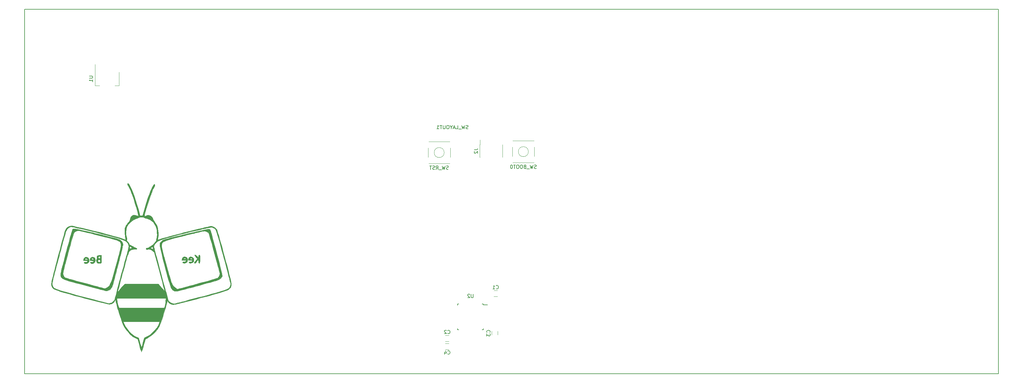
<source format=gbr>
G04 #@! TF.GenerationSoftware,KiCad,Pcbnew,5.0.0-rc2-unknown-f785d27~65~ubuntu16.04.1*
G04 #@! TF.CreationDate,2018-08-02T21:07:42-05:00*
G04 #@! TF.ProjectId,keebee,6B65656265652E6B696361645F706362,rev?*
G04 #@! TF.SameCoordinates,Original*
G04 #@! TF.FileFunction,Legend,Bot*
G04 #@! TF.FilePolarity,Positive*
%FSLAX46Y46*%
G04 Gerber Fmt 4.6, Leading zero omitted, Abs format (unit mm)*
G04 Created by KiCad (PCBNEW 5.0.0-rc2-unknown-f785d27~65~ubuntu16.04.1) date Thu Aug  2 21:07:42 2018*
%MOMM*%
%LPD*%
G01*
G04 APERTURE LIST*
%ADD10C,0.150000*%
%ADD11C,0.120000*%
%ADD12C,0.010000*%
G04 APERTURE END LIST*
D10*
X301500000Y-20500000D02*
X301500000Y-123500000D01*
X26500000Y-123500000D02*
X301500000Y-123500000D01*
X26500000Y-20500000D02*
X301500000Y-20500000D01*
X26500000Y-20500000D02*
X26500000Y-123500000D01*
D11*
G04 #@! TO.C,U1*
X46374000Y-36032000D02*
X46374000Y-42042000D01*
X53194000Y-38282000D02*
X53194000Y-42042000D01*
X46374000Y-42042000D02*
X47634000Y-42042000D01*
X53194000Y-42042000D02*
X51934000Y-42042000D01*
G04 #@! TO.C,C1*
X158992000Y-99988000D02*
X159992000Y-99988000D01*
X159992000Y-101688000D02*
X158992000Y-101688000D01*
G04 #@! TO.C,C2*
X145316000Y-112688000D02*
X146316000Y-112688000D01*
X146316000Y-114388000D02*
X145316000Y-114388000D01*
G04 #@! TO.C,C3*
X158408000Y-112534000D02*
X158408000Y-111534000D01*
X160108000Y-111534000D02*
X160108000Y-112534000D01*
G04 #@! TO.C,C4*
X145316000Y-114974000D02*
X146316000Y-114974000D01*
X146316000Y-116674000D02*
X145316000Y-116674000D01*
G04 #@! TO.C,J2*
X161412000Y-62299000D02*
X161477000Y-62299000D01*
X161412000Y-58769000D02*
X161477000Y-58769000D01*
X155007000Y-62299000D02*
X155072000Y-62299000D01*
X155007000Y-58769000D02*
X155072000Y-58769000D01*
X155072000Y-57444000D02*
X155072000Y-58769000D01*
X161477000Y-58769000D02*
X161477000Y-62299000D01*
X155007000Y-58769000D02*
X155007000Y-62299000D01*
G04 #@! TO.C,SW_RST*
X144976214Y-60996000D02*
G75*
G03X144976214Y-60996000I-1414214J0D01*
G01*
X140592000Y-57876000D02*
X146532000Y-57876000D01*
X140592000Y-64116000D02*
X146532000Y-64116000D01*
X140442000Y-59656000D02*
X140442000Y-62336000D01*
X146682000Y-62336000D02*
X146682000Y-59656000D01*
G04 #@! TO.C,SW_BOOT0*
X170454000Y-62082000D02*
X170454000Y-59402000D01*
X164214000Y-59402000D02*
X164214000Y-62082000D01*
X164364000Y-63862000D02*
X170304000Y-63862000D01*
X164364000Y-57622000D02*
X170304000Y-57622000D01*
X168748214Y-60742000D02*
G75*
G03X168748214Y-60742000I-1414214J0D01*
G01*
D10*
G04 #@! TO.C,U2*
X156025000Y-104042000D02*
X157250000Y-104042000D01*
X148775000Y-103817000D02*
X149075000Y-103817000D01*
X148775000Y-111067000D02*
X149075000Y-111067000D01*
X156025000Y-111067000D02*
X155725000Y-111067000D01*
X156025000Y-103817000D02*
X155725000Y-103817000D01*
X156025000Y-111067000D02*
X156025000Y-110767000D01*
X148775000Y-111067000D02*
X148775000Y-110767000D01*
X148775000Y-103817000D02*
X148775000Y-104117000D01*
X156025000Y-103817000D02*
X156025000Y-104042000D01*
D12*
G04 #@! TO.C,G\002A\002A\002A*
G36*
X55534777Y-69784891D02*
X55529994Y-69981725D01*
X55640028Y-70260390D01*
X55716308Y-70387081D01*
X55861535Y-70642012D01*
X56054208Y-71028477D01*
X56266694Y-71489188D01*
X56429201Y-71865114D01*
X56636170Y-72385109D01*
X56864492Y-73002500D01*
X57106330Y-73691689D01*
X57353850Y-74427080D01*
X57599216Y-75183075D01*
X57834592Y-75934077D01*
X58052143Y-76654489D01*
X58244033Y-77318714D01*
X58402427Y-77901156D01*
X58519490Y-78376216D01*
X58587385Y-78718297D01*
X58598278Y-78901804D01*
X58589373Y-78921993D01*
X58461858Y-78927403D01*
X58232211Y-78853549D01*
X58161278Y-78821709D01*
X57632519Y-78657321D01*
X57155912Y-78677328D01*
X56756079Y-78869477D01*
X56457642Y-79221516D01*
X56285222Y-79721194D01*
X56278984Y-79758364D01*
X56198907Y-80106405D01*
X56057733Y-80394126D01*
X55811712Y-80703633D01*
X55725034Y-80797954D01*
X55422493Y-81170260D01*
X55137363Y-81601012D01*
X54987923Y-81880144D01*
X54853019Y-82202143D01*
X54773620Y-82494433D01*
X54737186Y-82830363D01*
X54731175Y-83283279D01*
X54732254Y-83375500D01*
X54756697Y-83897866D01*
X54809865Y-84445919D01*
X54881124Y-84914674D01*
X54895011Y-84982343D01*
X54969564Y-85342453D01*
X54996215Y-85542557D01*
X54973957Y-85620366D01*
X54901780Y-85613588D01*
X54878387Y-85604188D01*
X54379314Y-85413966D01*
X53694404Y-85185898D01*
X52836734Y-84923654D01*
X51819380Y-84630906D01*
X50655418Y-84311324D01*
X49357927Y-83968579D01*
X47939981Y-83606343D01*
X46416351Y-83228699D01*
X44946028Y-82871150D01*
X43666631Y-82563750D01*
X42572501Y-82305223D01*
X41657979Y-82094292D01*
X40917407Y-81929681D01*
X40345124Y-81810113D01*
X39935473Y-81734311D01*
X39682795Y-81700999D01*
X39636160Y-81699100D01*
X39158920Y-81791521D01*
X38689953Y-82041685D01*
X38281466Y-82408940D01*
X37985670Y-82852637D01*
X37910503Y-83042718D01*
X37867199Y-83194257D01*
X37775818Y-83525559D01*
X37640830Y-84020101D01*
X37466701Y-84661358D01*
X37257901Y-85432805D01*
X37018897Y-86317918D01*
X36754157Y-87300172D01*
X36468150Y-88363043D01*
X36165344Y-89490005D01*
X35920572Y-90402136D01*
X35540801Y-91820144D01*
X35211515Y-93056195D01*
X34929825Y-94124398D01*
X34692841Y-95038859D01*
X34497672Y-95813688D01*
X34341428Y-96462991D01*
X34221219Y-97000876D01*
X34134155Y-97441452D01*
X34077345Y-97798827D01*
X34047901Y-98087107D01*
X34042930Y-98320401D01*
X34059545Y-98512816D01*
X34094853Y-98678461D01*
X34145966Y-98831444D01*
X34177620Y-98910170D01*
X34285851Y-99119669D01*
X34437236Y-99308528D01*
X34650962Y-99485371D01*
X34946214Y-99658821D01*
X35342176Y-99837505D01*
X35858033Y-100030045D01*
X36512971Y-100245066D01*
X37326175Y-100491193D01*
X38316829Y-100777051D01*
X38354000Y-100787611D01*
X39281699Y-101048218D01*
X40275904Y-101322387D01*
X41317012Y-101605101D01*
X42385418Y-101891342D01*
X43461520Y-102176092D01*
X44525712Y-102454334D01*
X45558391Y-102721050D01*
X46539952Y-102971223D01*
X47450793Y-103199835D01*
X48271308Y-103401868D01*
X48981893Y-103572305D01*
X49562946Y-103706129D01*
X49994861Y-103798322D01*
X50258034Y-103843865D01*
X50310729Y-103847900D01*
X50868308Y-103764650D01*
X51383960Y-103535856D01*
X51805305Y-103192949D01*
X52069500Y-102792510D01*
X52140494Y-102639877D01*
X52185374Y-102613487D01*
X52219627Y-102737356D01*
X52258740Y-103035501D01*
X52266050Y-103097310D01*
X52330926Y-103486712D01*
X52438685Y-103975146D01*
X52568233Y-104468777D01*
X52594671Y-104559100D01*
X52767517Y-105128376D01*
X52967887Y-105773380D01*
X53184873Y-106460490D01*
X53407566Y-107156085D01*
X53625059Y-107826544D01*
X53826441Y-108438245D01*
X54000806Y-108957569D01*
X54137244Y-109350892D01*
X54224847Y-109584596D01*
X54226400Y-109588300D01*
X54542706Y-110192284D01*
X55026588Y-110902506D01*
X55675076Y-111714733D01*
X55920273Y-111999386D01*
X56292649Y-112412502D01*
X56595530Y-112709207D01*
X56884033Y-112933599D01*
X57213272Y-113129772D01*
X57537793Y-113293492D01*
X58378693Y-113700511D01*
X58873812Y-115484480D01*
X59035836Y-116055853D01*
X59184456Y-116556843D01*
X59309661Y-116955511D01*
X59401442Y-117219917D01*
X59448283Y-117317490D01*
X59515487Y-117254318D01*
X59615085Y-117041507D01*
X59724378Y-116728616D01*
X59833114Y-116366401D01*
X59975775Y-115877694D01*
X60132261Y-115331891D01*
X60256199Y-114892540D01*
X60591276Y-113694381D01*
X61258238Y-113343493D01*
X62057206Y-112850985D01*
X62825052Y-112243232D01*
X63518474Y-111562096D01*
X64094172Y-110849439D01*
X64459355Y-110248700D01*
X64602587Y-109926282D01*
X64785463Y-109454209D01*
X64998655Y-108862199D01*
X65010977Y-108826300D01*
X64608587Y-108826300D01*
X64471608Y-109214538D01*
X64217636Y-109835508D01*
X63905967Y-110389569D01*
X63500135Y-110931018D01*
X62963676Y-111514151D01*
X62851773Y-111626394D01*
X62337206Y-112115021D01*
X61888649Y-112484502D01*
X61449890Y-112778026D01*
X61105237Y-112968250D01*
X60285274Y-113389610D01*
X59886037Y-114824599D01*
X59729632Y-115377140D01*
X59614806Y-115753922D01*
X59532753Y-115976041D01*
X59474663Y-116064592D01*
X59431730Y-116040669D01*
X59406982Y-115971943D01*
X59347869Y-115760743D01*
X59247969Y-115405685D01*
X59121835Y-114958432D01*
X58999492Y-114525365D01*
X58671821Y-113366430D01*
X57969218Y-113081823D01*
X57497812Y-112850947D01*
X57041374Y-112537297D01*
X56572093Y-112116118D01*
X56062160Y-111562657D01*
X55528299Y-110909100D01*
X55014417Y-110210333D01*
X54651395Y-109613872D01*
X54427476Y-109100177D01*
X54412990Y-109054900D01*
X54342307Y-108826300D01*
X64608587Y-108826300D01*
X65010977Y-108826300D01*
X65232837Y-108179969D01*
X65478684Y-107437238D01*
X65726869Y-106663723D01*
X65968066Y-105889143D01*
X66192948Y-105143215D01*
X66392191Y-104455658D01*
X66556466Y-103856189D01*
X66676450Y-103374526D01*
X66742814Y-103040388D01*
X66752912Y-102940240D01*
X66801294Y-102977620D01*
X66919654Y-103141616D01*
X66962224Y-103206795D01*
X67288848Y-103545934D01*
X67750494Y-103797367D01*
X68288031Y-103933352D01*
X68545260Y-103949500D01*
X68767038Y-103922925D01*
X69164671Y-103846635D01*
X69718359Y-103725783D01*
X70408305Y-103565521D01*
X71214710Y-103371000D01*
X72117777Y-103147372D01*
X73097706Y-102899790D01*
X74134699Y-102633405D01*
X75208959Y-102353370D01*
X76300686Y-102064837D01*
X77390083Y-101772957D01*
X78457351Y-101482884D01*
X79482692Y-101199768D01*
X80446308Y-100928762D01*
X81328400Y-100675017D01*
X82109171Y-100443687D01*
X82619621Y-100286973D01*
X83362227Y-100033510D01*
X83925491Y-99784768D01*
X84331612Y-99519529D01*
X84602784Y-99216573D01*
X84761205Y-98854682D01*
X84829071Y-98412637D01*
X84836000Y-98168251D01*
X84834926Y-98159568D01*
X84632800Y-98159568D01*
X84545862Y-98646040D01*
X84314199Y-99109447D01*
X84106621Y-99351465D01*
X83890094Y-99495938D01*
X83548540Y-99665615D01*
X83151314Y-99826486D01*
X83102927Y-99843679D01*
X82671531Y-99985121D01*
X82063357Y-100170679D01*
X81298651Y-100394744D01*
X80397655Y-100651706D01*
X79380615Y-100935956D01*
X78267776Y-101241886D01*
X77079381Y-101563884D01*
X75835675Y-101896343D01*
X74556902Y-102233653D01*
X73263307Y-102570205D01*
X73253600Y-102572712D01*
X72396950Y-102794493D01*
X71594468Y-103003273D01*
X70869251Y-103192968D01*
X70244391Y-103357492D01*
X69742985Y-103490761D01*
X69388128Y-103586690D01*
X69202913Y-103639194D01*
X69189600Y-103643486D01*
X68882473Y-103721803D01*
X68579509Y-103724522D01*
X68190743Y-103650925D01*
X68126353Y-103634995D01*
X67631406Y-103414758D01*
X67232564Y-103049831D01*
X66976382Y-102585426D01*
X66947901Y-102490533D01*
X66877386Y-102222300D01*
X66374982Y-102222300D01*
X66313816Y-103060500D01*
X66262806Y-103530064D01*
X66185059Y-103990402D01*
X66096368Y-104349954D01*
X66085974Y-104381300D01*
X65919299Y-104863900D01*
X53126432Y-104863900D01*
X52988922Y-104533700D01*
X52878455Y-104187253D01*
X52764408Y-103685859D01*
X52656683Y-103077324D01*
X52589062Y-102603300D01*
X52539976Y-102222300D01*
X66374982Y-102222300D01*
X66877386Y-102222300D01*
X66779079Y-101848349D01*
X66584908Y-101117210D01*
X66361451Y-100282554D01*
X66323638Y-100142199D01*
X66016334Y-100142199D01*
X65944014Y-100078588D01*
X65765335Y-99888170D01*
X65505686Y-99598843D01*
X65190454Y-99238502D01*
X65125600Y-99163417D01*
X64262000Y-98161535D01*
X59524252Y-98159917D01*
X54786503Y-98158300D01*
X53787634Y-99271215D01*
X53435300Y-99660227D01*
X53133846Y-99986327D01*
X52907563Y-100223764D01*
X52780746Y-100346786D01*
X52762516Y-100357881D01*
X52783678Y-100257875D01*
X52853934Y-99979404D01*
X52968613Y-99539959D01*
X53123043Y-98957033D01*
X53312552Y-98248119D01*
X53532468Y-97430708D01*
X53778118Y-96522292D01*
X54044832Y-95540365D01*
X54259683Y-94752273D01*
X54590741Y-93542575D01*
X54874212Y-92513963D01*
X55114780Y-91651160D01*
X55317130Y-90938889D01*
X55485947Y-90361874D01*
X55625915Y-89904839D01*
X55741719Y-89552507D01*
X55838045Y-89289602D01*
X55919577Y-89100847D01*
X55991000Y-88970967D01*
X56056999Y-88884685D01*
X56060150Y-88881336D01*
X56454173Y-88539450D01*
X56862492Y-88359913D01*
X57356179Y-88315625D01*
X57521891Y-88323950D01*
X57838142Y-88343172D01*
X58053374Y-88349267D01*
X58115200Y-88343292D01*
X58145860Y-88242272D01*
X58170215Y-88176354D01*
X58131690Y-88052467D01*
X57905940Y-87939062D01*
X57898038Y-87936531D01*
X56898188Y-87936531D01*
X56566894Y-88056893D01*
X56275702Y-88155246D01*
X56134564Y-88163256D01*
X56104002Y-88063850D01*
X56137796Y-87871300D01*
X56194444Y-87636681D01*
X56237119Y-87510003D01*
X56239482Y-87506753D01*
X56331758Y-87538489D01*
X56522694Y-87660009D01*
X56584308Y-87704469D01*
X56898188Y-87936531D01*
X57898038Y-87936531D01*
X57822094Y-87912207D01*
X57508752Y-87785224D01*
X57134529Y-87588028D01*
X56930010Y-87460852D01*
X55880000Y-87460852D01*
X55853429Y-87643650D01*
X55778109Y-87995409D01*
X55660634Y-88489570D01*
X55507597Y-89099576D01*
X55325590Y-89798868D01*
X55121208Y-90560888D01*
X55006382Y-90979970D01*
X54704637Y-92075860D01*
X54396703Y-93199189D01*
X54087247Y-94332563D01*
X53780941Y-95458590D01*
X53482451Y-96559875D01*
X53196449Y-97619027D01*
X52927603Y-98618652D01*
X52680582Y-99541357D01*
X52460055Y-100369749D01*
X52270692Y-101086434D01*
X52117162Y-101674021D01*
X52004134Y-102115115D01*
X51936277Y-102392324D01*
X51917600Y-102485919D01*
X51847584Y-102659772D01*
X51672853Y-102899764D01*
X51446385Y-103143878D01*
X51221159Y-103330099D01*
X51170042Y-103361001D01*
X50916651Y-103463730D01*
X50605847Y-103548394D01*
X50596800Y-103550227D01*
X50360098Y-103599946D01*
X50235643Y-103630713D01*
X50230777Y-103633016D01*
X50133577Y-103610982D01*
X49860542Y-103543191D01*
X49432513Y-103434964D01*
X48870332Y-103291619D01*
X48194839Y-103118477D01*
X47426874Y-102920857D01*
X46587281Y-102704081D01*
X46268377Y-102621566D01*
X44309409Y-102111624D01*
X42545231Y-101646490D01*
X40972646Y-101225245D01*
X39588454Y-100846973D01*
X38389458Y-100510757D01*
X37372460Y-100215679D01*
X36534260Y-99960822D01*
X35871662Y-99745268D01*
X35381466Y-99568101D01*
X35060474Y-99428403D01*
X34981321Y-99384411D01*
X34602902Y-99069171D01*
X34374167Y-98662541D01*
X34280269Y-98253032D01*
X34274871Y-98140032D01*
X34286730Y-97980681D01*
X34319138Y-97761487D01*
X34375387Y-97468955D01*
X34458771Y-97089592D01*
X34572581Y-96609904D01*
X34720110Y-96016396D01*
X34904650Y-95295576D01*
X35129495Y-94433948D01*
X35397936Y-93418019D01*
X35713266Y-92234296D01*
X36078777Y-90869284D01*
X36113133Y-90741233D01*
X36428252Y-89568204D01*
X36731257Y-88442855D01*
X37017548Y-87382111D01*
X37282524Y-86402900D01*
X37521584Y-85522147D01*
X37730129Y-84756780D01*
X37903556Y-84123724D01*
X38037267Y-83639906D01*
X38126659Y-83322252D01*
X38162667Y-83200699D01*
X38432689Y-82686354D01*
X38868146Y-82271444D01*
X39296677Y-82036738D01*
X39424362Y-81992380D01*
X39568073Y-81970709D01*
X39757647Y-81975889D01*
X40022921Y-82012082D01*
X40393730Y-82083453D01*
X40899912Y-82194164D01*
X41571303Y-82348379D01*
X41633477Y-82362821D01*
X43304376Y-82755289D01*
X44912932Y-83141295D01*
X46446269Y-83517399D01*
X47891510Y-83880160D01*
X49235779Y-84226139D01*
X50466198Y-84551895D01*
X51569892Y-84853988D01*
X52533984Y-85128978D01*
X53345598Y-85373424D01*
X53991856Y-85583886D01*
X54459883Y-85756924D01*
X54645593Y-85839274D01*
X55120485Y-86149190D01*
X55507852Y-86547776D01*
X55772523Y-86988830D01*
X55879328Y-87426152D01*
X55880000Y-87460852D01*
X56930010Y-87460852D01*
X56899995Y-87442188D01*
X56606678Y-87265248D01*
X56368321Y-87157983D01*
X56253491Y-87141893D01*
X56134846Y-87089218D01*
X56013017Y-86876196D01*
X55996552Y-86832991D01*
X55842186Y-86531424D01*
X55613342Y-86211820D01*
X55534250Y-86122165D01*
X55361702Y-85912224D01*
X55290796Y-85768206D01*
X55306515Y-85734128D01*
X55349731Y-85612957D01*
X55325964Y-85300405D01*
X55264842Y-84943686D01*
X55146289Y-84123870D01*
X55112664Y-83352965D01*
X55162654Y-82672105D01*
X55294947Y-82122423D01*
X55359721Y-81970119D01*
X55818384Y-81248252D01*
X56446466Y-80609108D01*
X57253860Y-80043566D01*
X57729758Y-79784607D01*
X58203993Y-79551986D01*
X58554294Y-79399911D01*
X58835150Y-79311687D01*
X59101048Y-79270620D01*
X59406476Y-79260015D01*
X59441982Y-79259988D01*
X59918123Y-79288547D01*
X60236417Y-79369624D01*
X60305582Y-79409868D01*
X60534493Y-79530068D01*
X60682919Y-79562268D01*
X60858549Y-79601675D01*
X61161039Y-79703133D01*
X61531425Y-79846480D01*
X61612838Y-79880239D01*
X62067371Y-80093123D01*
X62401279Y-80314507D01*
X62691783Y-80599239D01*
X62792920Y-80718439D01*
X63067561Y-81089052D01*
X63323880Y-81495009D01*
X63458651Y-81749900D01*
X63651614Y-82291043D01*
X63789072Y-82929905D01*
X63867455Y-83610543D01*
X63883188Y-84277018D01*
X63832699Y-84873387D01*
X63712416Y-85343711D01*
X63691312Y-85393017D01*
X63616593Y-85616920D01*
X63661098Y-85735235D01*
X63681686Y-85749803D01*
X63698104Y-85859619D01*
X63540863Y-86064854D01*
X63444070Y-86160237D01*
X63191343Y-86430840D01*
X62984170Y-86707081D01*
X62935352Y-86790409D01*
X62792953Y-86993370D01*
X62655577Y-87083617D01*
X62649538Y-87083900D01*
X62488833Y-87154015D01*
X62321947Y-87301500D01*
X62107433Y-87476357D01*
X61785539Y-87669341D01*
X61428614Y-87844167D01*
X61109007Y-87964548D01*
X60934600Y-87997307D01*
X60785454Y-88080495D01*
X60756800Y-88209572D01*
X60783918Y-88350390D01*
X60904435Y-88380857D01*
X61070971Y-88351841D01*
X61660717Y-88319763D01*
X62214236Y-88477415D01*
X62668862Y-88791595D01*
X63061317Y-89166700D01*
X64552393Y-94642899D01*
X64828580Y-95659374D01*
X65087228Y-96615431D01*
X65323636Y-97493421D01*
X65533106Y-98275694D01*
X65710940Y-98944600D01*
X65852440Y-99482490D01*
X65952906Y-99871713D01*
X66007642Y-100094621D01*
X66016334Y-100142199D01*
X66323638Y-100142199D01*
X66104770Y-99329818D01*
X65810931Y-98244442D01*
X65475996Y-97011862D01*
X65096028Y-95617516D01*
X64667091Y-94046844D01*
X64509830Y-93471638D01*
X64228786Y-92439278D01*
X63964616Y-91459859D01*
X63722158Y-90551942D01*
X63506254Y-89734085D01*
X63321745Y-89024851D01*
X63173470Y-88442798D01*
X63120588Y-88227562D01*
X62788457Y-88227562D01*
X62761141Y-88285436D01*
X62625134Y-88259241D01*
X62367797Y-88171060D01*
X61997594Y-88042079D01*
X62342397Y-87816055D01*
X62581916Y-87685672D01*
X62684872Y-87696544D01*
X62688588Y-87717965D01*
X62714827Y-87914839D01*
X62751238Y-88074500D01*
X62788457Y-88227562D01*
X63120588Y-88227562D01*
X63066270Y-88006487D01*
X63004987Y-87734478D01*
X62992000Y-87651774D01*
X63089010Y-87166643D01*
X63362657Y-86696523D01*
X63786870Y-86270535D01*
X64335576Y-85917802D01*
X64680508Y-85765754D01*
X65201622Y-85585305D01*
X65907548Y-85365927D01*
X66784415Y-85111281D01*
X67818350Y-84825029D01*
X68995478Y-84510832D01*
X70301928Y-84172353D01*
X71723826Y-83813253D01*
X73247300Y-83437194D01*
X74858476Y-83047837D01*
X76047600Y-82765434D01*
X76790069Y-82592080D01*
X77478098Y-82434702D01*
X78084010Y-82299376D01*
X78580128Y-82192174D01*
X78938777Y-82119169D01*
X79132279Y-82086436D01*
X79146927Y-82085307D01*
X79475513Y-82145019D01*
X79857713Y-82315586D01*
X80214519Y-82553912D01*
X80454140Y-82798357D01*
X80512258Y-82940167D01*
X80616772Y-83259785D01*
X80762581Y-83738457D01*
X80944581Y-84357425D01*
X81157670Y-85097934D01*
X81396747Y-85941226D01*
X81656708Y-86868546D01*
X81932453Y-87861136D01*
X82218877Y-88900242D01*
X82510880Y-89967105D01*
X82803359Y-91042970D01*
X83091212Y-92109080D01*
X83369336Y-93146679D01*
X83632629Y-94137011D01*
X83875989Y-95061319D01*
X84094314Y-95900846D01*
X84282502Y-96636836D01*
X84435449Y-97250533D01*
X84548055Y-97723181D01*
X84615216Y-98036022D01*
X84632800Y-98159568D01*
X84834926Y-98159568D01*
X84809457Y-97953850D01*
X84733250Y-97565073D01*
X84612520Y-97021196D01*
X84452404Y-96341493D01*
X84258040Y-95545239D01*
X84034568Y-94651708D01*
X83787124Y-93680174D01*
X83520848Y-92649912D01*
X83240878Y-91580197D01*
X82952351Y-90490303D01*
X82660407Y-89399505D01*
X82370183Y-88327076D01*
X82086818Y-87292292D01*
X81815451Y-86314428D01*
X81561219Y-85412757D01*
X81329260Y-84606554D01*
X81124714Y-83915093D01*
X80952717Y-83357650D01*
X80818410Y-82953498D01*
X80726929Y-82721913D01*
X80710049Y-82691176D01*
X80460473Y-82412666D01*
X80104945Y-82144863D01*
X79713626Y-81930364D01*
X79356675Y-81811764D01*
X79243329Y-81800700D01*
X79019824Y-81826320D01*
X78620401Y-81899770D01*
X78065323Y-82015934D01*
X77374854Y-82169698D01*
X76569258Y-82355946D01*
X75668796Y-82569562D01*
X74693733Y-82805431D01*
X73664332Y-83058438D01*
X72600856Y-83323468D01*
X71523569Y-83595404D01*
X70452733Y-83869132D01*
X69408612Y-84139537D01*
X68411469Y-84401503D01*
X67481568Y-84649914D01*
X66639171Y-84879655D01*
X65904543Y-85085611D01*
X65297946Y-85262667D01*
X64839644Y-85405707D01*
X64549899Y-85509616D01*
X64547683Y-85510540D01*
X64215498Y-85632778D01*
X64053208Y-85650107D01*
X64056927Y-85562935D01*
X64057503Y-85561999D01*
X64120522Y-85360265D01*
X64172223Y-85010012D01*
X64209222Y-84565768D01*
X64228136Y-84082058D01*
X64225579Y-83613409D01*
X64201413Y-83242951D01*
X64082231Y-82454591D01*
X63901744Y-81807379D01*
X63639329Y-81243379D01*
X63318263Y-80761947D01*
X63063338Y-80391295D01*
X62847075Y-80016812D01*
X62713805Y-79715757D01*
X62708896Y-79699987D01*
X62484945Y-79247460D01*
X62143656Y-78914937D01*
X61726635Y-78721946D01*
X61275486Y-78688019D01*
X60845311Y-78825181D01*
X60587732Y-78937660D01*
X60395303Y-78971470D01*
X60358553Y-78960938D01*
X60336431Y-78835043D01*
X60377061Y-78542872D01*
X60472747Y-78108744D01*
X60615791Y-77556980D01*
X60798497Y-76911900D01*
X61013168Y-76197824D01*
X61252107Y-75439072D01*
X61507616Y-74659964D01*
X61772000Y-73884820D01*
X62037560Y-73137961D01*
X62296601Y-72443706D01*
X62541424Y-71826376D01*
X62764333Y-71310291D01*
X62812911Y-71205897D01*
X63049638Y-70685946D01*
X63191308Y-70323325D01*
X63244275Y-70099278D01*
X63221371Y-70000630D01*
X63116463Y-69938688D01*
X63003208Y-69978103D01*
X62865996Y-70138929D01*
X62689221Y-70441216D01*
X62457274Y-70905019D01*
X62362719Y-71103813D01*
X62074382Y-71766438D01*
X61753491Y-72594083D01*
X61411091Y-73553302D01*
X61058223Y-74610647D01*
X60705930Y-75732669D01*
X60365255Y-76885922D01*
X60047239Y-78036957D01*
X59944571Y-78428306D01*
X59864072Y-78698013D01*
X59769652Y-78819815D01*
X59602411Y-78843963D01*
X59468230Y-78834706D01*
X59105018Y-78803500D01*
X58557315Y-76873100D01*
X58195302Y-75638321D01*
X57833464Y-74482573D01*
X57477334Y-73419520D01*
X57132443Y-72462829D01*
X56804324Y-71626165D01*
X56498507Y-70923194D01*
X56220524Y-70367582D01*
X55975909Y-69972995D01*
X55770191Y-69753099D01*
X55657865Y-69710300D01*
X55534777Y-69784891D01*
X55534777Y-69784891D01*
G37*
X55534777Y-69784891D02*
X55529994Y-69981725D01*
X55640028Y-70260390D01*
X55716308Y-70387081D01*
X55861535Y-70642012D01*
X56054208Y-71028477D01*
X56266694Y-71489188D01*
X56429201Y-71865114D01*
X56636170Y-72385109D01*
X56864492Y-73002500D01*
X57106330Y-73691689D01*
X57353850Y-74427080D01*
X57599216Y-75183075D01*
X57834592Y-75934077D01*
X58052143Y-76654489D01*
X58244033Y-77318714D01*
X58402427Y-77901156D01*
X58519490Y-78376216D01*
X58587385Y-78718297D01*
X58598278Y-78901804D01*
X58589373Y-78921993D01*
X58461858Y-78927403D01*
X58232211Y-78853549D01*
X58161278Y-78821709D01*
X57632519Y-78657321D01*
X57155912Y-78677328D01*
X56756079Y-78869477D01*
X56457642Y-79221516D01*
X56285222Y-79721194D01*
X56278984Y-79758364D01*
X56198907Y-80106405D01*
X56057733Y-80394126D01*
X55811712Y-80703633D01*
X55725034Y-80797954D01*
X55422493Y-81170260D01*
X55137363Y-81601012D01*
X54987923Y-81880144D01*
X54853019Y-82202143D01*
X54773620Y-82494433D01*
X54737186Y-82830363D01*
X54731175Y-83283279D01*
X54732254Y-83375500D01*
X54756697Y-83897866D01*
X54809865Y-84445919D01*
X54881124Y-84914674D01*
X54895011Y-84982343D01*
X54969564Y-85342453D01*
X54996215Y-85542557D01*
X54973957Y-85620366D01*
X54901780Y-85613588D01*
X54878387Y-85604188D01*
X54379314Y-85413966D01*
X53694404Y-85185898D01*
X52836734Y-84923654D01*
X51819380Y-84630906D01*
X50655418Y-84311324D01*
X49357927Y-83968579D01*
X47939981Y-83606343D01*
X46416351Y-83228699D01*
X44946028Y-82871150D01*
X43666631Y-82563750D01*
X42572501Y-82305223D01*
X41657979Y-82094292D01*
X40917407Y-81929681D01*
X40345124Y-81810113D01*
X39935473Y-81734311D01*
X39682795Y-81700999D01*
X39636160Y-81699100D01*
X39158920Y-81791521D01*
X38689953Y-82041685D01*
X38281466Y-82408940D01*
X37985670Y-82852637D01*
X37910503Y-83042718D01*
X37867199Y-83194257D01*
X37775818Y-83525559D01*
X37640830Y-84020101D01*
X37466701Y-84661358D01*
X37257901Y-85432805D01*
X37018897Y-86317918D01*
X36754157Y-87300172D01*
X36468150Y-88363043D01*
X36165344Y-89490005D01*
X35920572Y-90402136D01*
X35540801Y-91820144D01*
X35211515Y-93056195D01*
X34929825Y-94124398D01*
X34692841Y-95038859D01*
X34497672Y-95813688D01*
X34341428Y-96462991D01*
X34221219Y-97000876D01*
X34134155Y-97441452D01*
X34077345Y-97798827D01*
X34047901Y-98087107D01*
X34042930Y-98320401D01*
X34059545Y-98512816D01*
X34094853Y-98678461D01*
X34145966Y-98831444D01*
X34177620Y-98910170D01*
X34285851Y-99119669D01*
X34437236Y-99308528D01*
X34650962Y-99485371D01*
X34946214Y-99658821D01*
X35342176Y-99837505D01*
X35858033Y-100030045D01*
X36512971Y-100245066D01*
X37326175Y-100491193D01*
X38316829Y-100777051D01*
X38354000Y-100787611D01*
X39281699Y-101048218D01*
X40275904Y-101322387D01*
X41317012Y-101605101D01*
X42385418Y-101891342D01*
X43461520Y-102176092D01*
X44525712Y-102454334D01*
X45558391Y-102721050D01*
X46539952Y-102971223D01*
X47450793Y-103199835D01*
X48271308Y-103401868D01*
X48981893Y-103572305D01*
X49562946Y-103706129D01*
X49994861Y-103798322D01*
X50258034Y-103843865D01*
X50310729Y-103847900D01*
X50868308Y-103764650D01*
X51383960Y-103535856D01*
X51805305Y-103192949D01*
X52069500Y-102792510D01*
X52140494Y-102639877D01*
X52185374Y-102613487D01*
X52219627Y-102737356D01*
X52258740Y-103035501D01*
X52266050Y-103097310D01*
X52330926Y-103486712D01*
X52438685Y-103975146D01*
X52568233Y-104468777D01*
X52594671Y-104559100D01*
X52767517Y-105128376D01*
X52967887Y-105773380D01*
X53184873Y-106460490D01*
X53407566Y-107156085D01*
X53625059Y-107826544D01*
X53826441Y-108438245D01*
X54000806Y-108957569D01*
X54137244Y-109350892D01*
X54224847Y-109584596D01*
X54226400Y-109588300D01*
X54542706Y-110192284D01*
X55026588Y-110902506D01*
X55675076Y-111714733D01*
X55920273Y-111999386D01*
X56292649Y-112412502D01*
X56595530Y-112709207D01*
X56884033Y-112933599D01*
X57213272Y-113129772D01*
X57537793Y-113293492D01*
X58378693Y-113700511D01*
X58873812Y-115484480D01*
X59035836Y-116055853D01*
X59184456Y-116556843D01*
X59309661Y-116955511D01*
X59401442Y-117219917D01*
X59448283Y-117317490D01*
X59515487Y-117254318D01*
X59615085Y-117041507D01*
X59724378Y-116728616D01*
X59833114Y-116366401D01*
X59975775Y-115877694D01*
X60132261Y-115331891D01*
X60256199Y-114892540D01*
X60591276Y-113694381D01*
X61258238Y-113343493D01*
X62057206Y-112850985D01*
X62825052Y-112243232D01*
X63518474Y-111562096D01*
X64094172Y-110849439D01*
X64459355Y-110248700D01*
X64602587Y-109926282D01*
X64785463Y-109454209D01*
X64998655Y-108862199D01*
X65010977Y-108826300D01*
X64608587Y-108826300D01*
X64471608Y-109214538D01*
X64217636Y-109835508D01*
X63905967Y-110389569D01*
X63500135Y-110931018D01*
X62963676Y-111514151D01*
X62851773Y-111626394D01*
X62337206Y-112115021D01*
X61888649Y-112484502D01*
X61449890Y-112778026D01*
X61105237Y-112968250D01*
X60285274Y-113389610D01*
X59886037Y-114824599D01*
X59729632Y-115377140D01*
X59614806Y-115753922D01*
X59532753Y-115976041D01*
X59474663Y-116064592D01*
X59431730Y-116040669D01*
X59406982Y-115971943D01*
X59347869Y-115760743D01*
X59247969Y-115405685D01*
X59121835Y-114958432D01*
X58999492Y-114525365D01*
X58671821Y-113366430D01*
X57969218Y-113081823D01*
X57497812Y-112850947D01*
X57041374Y-112537297D01*
X56572093Y-112116118D01*
X56062160Y-111562657D01*
X55528299Y-110909100D01*
X55014417Y-110210333D01*
X54651395Y-109613872D01*
X54427476Y-109100177D01*
X54412990Y-109054900D01*
X54342307Y-108826300D01*
X64608587Y-108826300D01*
X65010977Y-108826300D01*
X65232837Y-108179969D01*
X65478684Y-107437238D01*
X65726869Y-106663723D01*
X65968066Y-105889143D01*
X66192948Y-105143215D01*
X66392191Y-104455658D01*
X66556466Y-103856189D01*
X66676450Y-103374526D01*
X66742814Y-103040388D01*
X66752912Y-102940240D01*
X66801294Y-102977620D01*
X66919654Y-103141616D01*
X66962224Y-103206795D01*
X67288848Y-103545934D01*
X67750494Y-103797367D01*
X68288031Y-103933352D01*
X68545260Y-103949500D01*
X68767038Y-103922925D01*
X69164671Y-103846635D01*
X69718359Y-103725783D01*
X70408305Y-103565521D01*
X71214710Y-103371000D01*
X72117777Y-103147372D01*
X73097706Y-102899790D01*
X74134699Y-102633405D01*
X75208959Y-102353370D01*
X76300686Y-102064837D01*
X77390083Y-101772957D01*
X78457351Y-101482884D01*
X79482692Y-101199768D01*
X80446308Y-100928762D01*
X81328400Y-100675017D01*
X82109171Y-100443687D01*
X82619621Y-100286973D01*
X83362227Y-100033510D01*
X83925491Y-99784768D01*
X84331612Y-99519529D01*
X84602784Y-99216573D01*
X84761205Y-98854682D01*
X84829071Y-98412637D01*
X84836000Y-98168251D01*
X84834926Y-98159568D01*
X84632800Y-98159568D01*
X84545862Y-98646040D01*
X84314199Y-99109447D01*
X84106621Y-99351465D01*
X83890094Y-99495938D01*
X83548540Y-99665615D01*
X83151314Y-99826486D01*
X83102927Y-99843679D01*
X82671531Y-99985121D01*
X82063357Y-100170679D01*
X81298651Y-100394744D01*
X80397655Y-100651706D01*
X79380615Y-100935956D01*
X78267776Y-101241886D01*
X77079381Y-101563884D01*
X75835675Y-101896343D01*
X74556902Y-102233653D01*
X73263307Y-102570205D01*
X73253600Y-102572712D01*
X72396950Y-102794493D01*
X71594468Y-103003273D01*
X70869251Y-103192968D01*
X70244391Y-103357492D01*
X69742985Y-103490761D01*
X69388128Y-103586690D01*
X69202913Y-103639194D01*
X69189600Y-103643486D01*
X68882473Y-103721803D01*
X68579509Y-103724522D01*
X68190743Y-103650925D01*
X68126353Y-103634995D01*
X67631406Y-103414758D01*
X67232564Y-103049831D01*
X66976382Y-102585426D01*
X66947901Y-102490533D01*
X66877386Y-102222300D01*
X66374982Y-102222300D01*
X66313816Y-103060500D01*
X66262806Y-103530064D01*
X66185059Y-103990402D01*
X66096368Y-104349954D01*
X66085974Y-104381300D01*
X65919299Y-104863900D01*
X53126432Y-104863900D01*
X52988922Y-104533700D01*
X52878455Y-104187253D01*
X52764408Y-103685859D01*
X52656683Y-103077324D01*
X52589062Y-102603300D01*
X52539976Y-102222300D01*
X66374982Y-102222300D01*
X66877386Y-102222300D01*
X66779079Y-101848349D01*
X66584908Y-101117210D01*
X66361451Y-100282554D01*
X66323638Y-100142199D01*
X66016334Y-100142199D01*
X65944014Y-100078588D01*
X65765335Y-99888170D01*
X65505686Y-99598843D01*
X65190454Y-99238502D01*
X65125600Y-99163417D01*
X64262000Y-98161535D01*
X59524252Y-98159917D01*
X54786503Y-98158300D01*
X53787634Y-99271215D01*
X53435300Y-99660227D01*
X53133846Y-99986327D01*
X52907563Y-100223764D01*
X52780746Y-100346786D01*
X52762516Y-100357881D01*
X52783678Y-100257875D01*
X52853934Y-99979404D01*
X52968613Y-99539959D01*
X53123043Y-98957033D01*
X53312552Y-98248119D01*
X53532468Y-97430708D01*
X53778118Y-96522292D01*
X54044832Y-95540365D01*
X54259683Y-94752273D01*
X54590741Y-93542575D01*
X54874212Y-92513963D01*
X55114780Y-91651160D01*
X55317130Y-90938889D01*
X55485947Y-90361874D01*
X55625915Y-89904839D01*
X55741719Y-89552507D01*
X55838045Y-89289602D01*
X55919577Y-89100847D01*
X55991000Y-88970967D01*
X56056999Y-88884685D01*
X56060150Y-88881336D01*
X56454173Y-88539450D01*
X56862492Y-88359913D01*
X57356179Y-88315625D01*
X57521891Y-88323950D01*
X57838142Y-88343172D01*
X58053374Y-88349267D01*
X58115200Y-88343292D01*
X58145860Y-88242272D01*
X58170215Y-88176354D01*
X58131690Y-88052467D01*
X57905940Y-87939062D01*
X57898038Y-87936531D01*
X56898188Y-87936531D01*
X56566894Y-88056893D01*
X56275702Y-88155246D01*
X56134564Y-88163256D01*
X56104002Y-88063850D01*
X56137796Y-87871300D01*
X56194444Y-87636681D01*
X56237119Y-87510003D01*
X56239482Y-87506753D01*
X56331758Y-87538489D01*
X56522694Y-87660009D01*
X56584308Y-87704469D01*
X56898188Y-87936531D01*
X57898038Y-87936531D01*
X57822094Y-87912207D01*
X57508752Y-87785224D01*
X57134529Y-87588028D01*
X56930010Y-87460852D01*
X55880000Y-87460852D01*
X55853429Y-87643650D01*
X55778109Y-87995409D01*
X55660634Y-88489570D01*
X55507597Y-89099576D01*
X55325590Y-89798868D01*
X55121208Y-90560888D01*
X55006382Y-90979970D01*
X54704637Y-92075860D01*
X54396703Y-93199189D01*
X54087247Y-94332563D01*
X53780941Y-95458590D01*
X53482451Y-96559875D01*
X53196449Y-97619027D01*
X52927603Y-98618652D01*
X52680582Y-99541357D01*
X52460055Y-100369749D01*
X52270692Y-101086434D01*
X52117162Y-101674021D01*
X52004134Y-102115115D01*
X51936277Y-102392324D01*
X51917600Y-102485919D01*
X51847584Y-102659772D01*
X51672853Y-102899764D01*
X51446385Y-103143878D01*
X51221159Y-103330099D01*
X51170042Y-103361001D01*
X50916651Y-103463730D01*
X50605847Y-103548394D01*
X50596800Y-103550227D01*
X50360098Y-103599946D01*
X50235643Y-103630713D01*
X50230777Y-103633016D01*
X50133577Y-103610982D01*
X49860542Y-103543191D01*
X49432513Y-103434964D01*
X48870332Y-103291619D01*
X48194839Y-103118477D01*
X47426874Y-102920857D01*
X46587281Y-102704081D01*
X46268377Y-102621566D01*
X44309409Y-102111624D01*
X42545231Y-101646490D01*
X40972646Y-101225245D01*
X39588454Y-100846973D01*
X38389458Y-100510757D01*
X37372460Y-100215679D01*
X36534260Y-99960822D01*
X35871662Y-99745268D01*
X35381466Y-99568101D01*
X35060474Y-99428403D01*
X34981321Y-99384411D01*
X34602902Y-99069171D01*
X34374167Y-98662541D01*
X34280269Y-98253032D01*
X34274871Y-98140032D01*
X34286730Y-97980681D01*
X34319138Y-97761487D01*
X34375387Y-97468955D01*
X34458771Y-97089592D01*
X34572581Y-96609904D01*
X34720110Y-96016396D01*
X34904650Y-95295576D01*
X35129495Y-94433948D01*
X35397936Y-93418019D01*
X35713266Y-92234296D01*
X36078777Y-90869284D01*
X36113133Y-90741233D01*
X36428252Y-89568204D01*
X36731257Y-88442855D01*
X37017548Y-87382111D01*
X37282524Y-86402900D01*
X37521584Y-85522147D01*
X37730129Y-84756780D01*
X37903556Y-84123724D01*
X38037267Y-83639906D01*
X38126659Y-83322252D01*
X38162667Y-83200699D01*
X38432689Y-82686354D01*
X38868146Y-82271444D01*
X39296677Y-82036738D01*
X39424362Y-81992380D01*
X39568073Y-81970709D01*
X39757647Y-81975889D01*
X40022921Y-82012082D01*
X40393730Y-82083453D01*
X40899912Y-82194164D01*
X41571303Y-82348379D01*
X41633477Y-82362821D01*
X43304376Y-82755289D01*
X44912932Y-83141295D01*
X46446269Y-83517399D01*
X47891510Y-83880160D01*
X49235779Y-84226139D01*
X50466198Y-84551895D01*
X51569892Y-84853988D01*
X52533984Y-85128978D01*
X53345598Y-85373424D01*
X53991856Y-85583886D01*
X54459883Y-85756924D01*
X54645593Y-85839274D01*
X55120485Y-86149190D01*
X55507852Y-86547776D01*
X55772523Y-86988830D01*
X55879328Y-87426152D01*
X55880000Y-87460852D01*
X56930010Y-87460852D01*
X56899995Y-87442188D01*
X56606678Y-87265248D01*
X56368321Y-87157983D01*
X56253491Y-87141893D01*
X56134846Y-87089218D01*
X56013017Y-86876196D01*
X55996552Y-86832991D01*
X55842186Y-86531424D01*
X55613342Y-86211820D01*
X55534250Y-86122165D01*
X55361702Y-85912224D01*
X55290796Y-85768206D01*
X55306515Y-85734128D01*
X55349731Y-85612957D01*
X55325964Y-85300405D01*
X55264842Y-84943686D01*
X55146289Y-84123870D01*
X55112664Y-83352965D01*
X55162654Y-82672105D01*
X55294947Y-82122423D01*
X55359721Y-81970119D01*
X55818384Y-81248252D01*
X56446466Y-80609108D01*
X57253860Y-80043566D01*
X57729758Y-79784607D01*
X58203993Y-79551986D01*
X58554294Y-79399911D01*
X58835150Y-79311687D01*
X59101048Y-79270620D01*
X59406476Y-79260015D01*
X59441982Y-79259988D01*
X59918123Y-79288547D01*
X60236417Y-79369624D01*
X60305582Y-79409868D01*
X60534493Y-79530068D01*
X60682919Y-79562268D01*
X60858549Y-79601675D01*
X61161039Y-79703133D01*
X61531425Y-79846480D01*
X61612838Y-79880239D01*
X62067371Y-80093123D01*
X62401279Y-80314507D01*
X62691783Y-80599239D01*
X62792920Y-80718439D01*
X63067561Y-81089052D01*
X63323880Y-81495009D01*
X63458651Y-81749900D01*
X63651614Y-82291043D01*
X63789072Y-82929905D01*
X63867455Y-83610543D01*
X63883188Y-84277018D01*
X63832699Y-84873387D01*
X63712416Y-85343711D01*
X63691312Y-85393017D01*
X63616593Y-85616920D01*
X63661098Y-85735235D01*
X63681686Y-85749803D01*
X63698104Y-85859619D01*
X63540863Y-86064854D01*
X63444070Y-86160237D01*
X63191343Y-86430840D01*
X62984170Y-86707081D01*
X62935352Y-86790409D01*
X62792953Y-86993370D01*
X62655577Y-87083617D01*
X62649538Y-87083900D01*
X62488833Y-87154015D01*
X62321947Y-87301500D01*
X62107433Y-87476357D01*
X61785539Y-87669341D01*
X61428614Y-87844167D01*
X61109007Y-87964548D01*
X60934600Y-87997307D01*
X60785454Y-88080495D01*
X60756800Y-88209572D01*
X60783918Y-88350390D01*
X60904435Y-88380857D01*
X61070971Y-88351841D01*
X61660717Y-88319763D01*
X62214236Y-88477415D01*
X62668862Y-88791595D01*
X63061317Y-89166700D01*
X64552393Y-94642899D01*
X64828580Y-95659374D01*
X65087228Y-96615431D01*
X65323636Y-97493421D01*
X65533106Y-98275694D01*
X65710940Y-98944600D01*
X65852440Y-99482490D01*
X65952906Y-99871713D01*
X66007642Y-100094621D01*
X66016334Y-100142199D01*
X66323638Y-100142199D01*
X66104770Y-99329818D01*
X65810931Y-98244442D01*
X65475996Y-97011862D01*
X65096028Y-95617516D01*
X64667091Y-94046844D01*
X64509830Y-93471638D01*
X64228786Y-92439278D01*
X63964616Y-91459859D01*
X63722158Y-90551942D01*
X63506254Y-89734085D01*
X63321745Y-89024851D01*
X63173470Y-88442798D01*
X63120588Y-88227562D01*
X62788457Y-88227562D01*
X62761141Y-88285436D01*
X62625134Y-88259241D01*
X62367797Y-88171060D01*
X61997594Y-88042079D01*
X62342397Y-87816055D01*
X62581916Y-87685672D01*
X62684872Y-87696544D01*
X62688588Y-87717965D01*
X62714827Y-87914839D01*
X62751238Y-88074500D01*
X62788457Y-88227562D01*
X63120588Y-88227562D01*
X63066270Y-88006487D01*
X63004987Y-87734478D01*
X62992000Y-87651774D01*
X63089010Y-87166643D01*
X63362657Y-86696523D01*
X63786870Y-86270535D01*
X64335576Y-85917802D01*
X64680508Y-85765754D01*
X65201622Y-85585305D01*
X65907548Y-85365927D01*
X66784415Y-85111281D01*
X67818350Y-84825029D01*
X68995478Y-84510832D01*
X70301928Y-84172353D01*
X71723826Y-83813253D01*
X73247300Y-83437194D01*
X74858476Y-83047837D01*
X76047600Y-82765434D01*
X76790069Y-82592080D01*
X77478098Y-82434702D01*
X78084010Y-82299376D01*
X78580128Y-82192174D01*
X78938777Y-82119169D01*
X79132279Y-82086436D01*
X79146927Y-82085307D01*
X79475513Y-82145019D01*
X79857713Y-82315586D01*
X80214519Y-82553912D01*
X80454140Y-82798357D01*
X80512258Y-82940167D01*
X80616772Y-83259785D01*
X80762581Y-83738457D01*
X80944581Y-84357425D01*
X81157670Y-85097934D01*
X81396747Y-85941226D01*
X81656708Y-86868546D01*
X81932453Y-87861136D01*
X82218877Y-88900242D01*
X82510880Y-89967105D01*
X82803359Y-91042970D01*
X83091212Y-92109080D01*
X83369336Y-93146679D01*
X83632629Y-94137011D01*
X83875989Y-95061319D01*
X84094314Y-95900846D01*
X84282502Y-96636836D01*
X84435449Y-97250533D01*
X84548055Y-97723181D01*
X84615216Y-98036022D01*
X84632800Y-98159568D01*
X84834926Y-98159568D01*
X84809457Y-97953850D01*
X84733250Y-97565073D01*
X84612520Y-97021196D01*
X84452404Y-96341493D01*
X84258040Y-95545239D01*
X84034568Y-94651708D01*
X83787124Y-93680174D01*
X83520848Y-92649912D01*
X83240878Y-91580197D01*
X82952351Y-90490303D01*
X82660407Y-89399505D01*
X82370183Y-88327076D01*
X82086818Y-87292292D01*
X81815451Y-86314428D01*
X81561219Y-85412757D01*
X81329260Y-84606554D01*
X81124714Y-83915093D01*
X80952717Y-83357650D01*
X80818410Y-82953498D01*
X80726929Y-82721913D01*
X80710049Y-82691176D01*
X80460473Y-82412666D01*
X80104945Y-82144863D01*
X79713626Y-81930364D01*
X79356675Y-81811764D01*
X79243329Y-81800700D01*
X79019824Y-81826320D01*
X78620401Y-81899770D01*
X78065323Y-82015934D01*
X77374854Y-82169698D01*
X76569258Y-82355946D01*
X75668796Y-82569562D01*
X74693733Y-82805431D01*
X73664332Y-83058438D01*
X72600856Y-83323468D01*
X71523569Y-83595404D01*
X70452733Y-83869132D01*
X69408612Y-84139537D01*
X68411469Y-84401503D01*
X67481568Y-84649914D01*
X66639171Y-84879655D01*
X65904543Y-85085611D01*
X65297946Y-85262667D01*
X64839644Y-85405707D01*
X64549899Y-85509616D01*
X64547683Y-85510540D01*
X64215498Y-85632778D01*
X64053208Y-85650107D01*
X64056927Y-85562935D01*
X64057503Y-85561999D01*
X64120522Y-85360265D01*
X64172223Y-85010012D01*
X64209222Y-84565768D01*
X64228136Y-84082058D01*
X64225579Y-83613409D01*
X64201413Y-83242951D01*
X64082231Y-82454591D01*
X63901744Y-81807379D01*
X63639329Y-81243379D01*
X63318263Y-80761947D01*
X63063338Y-80391295D01*
X62847075Y-80016812D01*
X62713805Y-79715757D01*
X62708896Y-79699987D01*
X62484945Y-79247460D01*
X62143656Y-78914937D01*
X61726635Y-78721946D01*
X61275486Y-78688019D01*
X60845311Y-78825181D01*
X60587732Y-78937660D01*
X60395303Y-78971470D01*
X60358553Y-78960938D01*
X60336431Y-78835043D01*
X60377061Y-78542872D01*
X60472747Y-78108744D01*
X60615791Y-77556980D01*
X60798497Y-76911900D01*
X61013168Y-76197824D01*
X61252107Y-75439072D01*
X61507616Y-74659964D01*
X61772000Y-73884820D01*
X62037560Y-73137961D01*
X62296601Y-72443706D01*
X62541424Y-71826376D01*
X62764333Y-71310291D01*
X62812911Y-71205897D01*
X63049638Y-70685946D01*
X63191308Y-70323325D01*
X63244275Y-70099278D01*
X63221371Y-70000630D01*
X63116463Y-69938688D01*
X63003208Y-69978103D01*
X62865996Y-70138929D01*
X62689221Y-70441216D01*
X62457274Y-70905019D01*
X62362719Y-71103813D01*
X62074382Y-71766438D01*
X61753491Y-72594083D01*
X61411091Y-73553302D01*
X61058223Y-74610647D01*
X60705930Y-75732669D01*
X60365255Y-76885922D01*
X60047239Y-78036957D01*
X59944571Y-78428306D01*
X59864072Y-78698013D01*
X59769652Y-78819815D01*
X59602411Y-78843963D01*
X59468230Y-78834706D01*
X59105018Y-78803500D01*
X58557315Y-76873100D01*
X58195302Y-75638321D01*
X57833464Y-74482573D01*
X57477334Y-73419520D01*
X57132443Y-72462829D01*
X56804324Y-71626165D01*
X56498507Y-70923194D01*
X56220524Y-70367582D01*
X55975909Y-69972995D01*
X55770191Y-69753099D01*
X55657865Y-69710300D01*
X55534777Y-69784891D01*
G36*
X78256541Y-82637393D02*
X77892315Y-82705671D01*
X77373810Y-82813224D01*
X76722425Y-82954946D01*
X75959561Y-83125729D01*
X75106619Y-83320467D01*
X74185000Y-83534053D01*
X73216104Y-83761378D01*
X72221332Y-83997336D01*
X71222084Y-84236820D01*
X70239761Y-84474722D01*
X69295764Y-84705935D01*
X68411493Y-84925353D01*
X67608348Y-85127867D01*
X66907731Y-85308371D01*
X66331042Y-85461757D01*
X65899682Y-85582919D01*
X65635050Y-85666749D01*
X65607733Y-85677099D01*
X65257069Y-85902728D01*
X64939248Y-86254157D01*
X64715242Y-86655943D01*
X64657288Y-86853127D01*
X64644747Y-86979221D01*
X64650102Y-87149532D01*
X64676602Y-87378184D01*
X64727497Y-87679297D01*
X64806035Y-88066994D01*
X64915466Y-88555398D01*
X65059039Y-89158631D01*
X65240004Y-89890814D01*
X65461610Y-90766071D01*
X65727105Y-91798523D01*
X66039740Y-93002292D01*
X66311674Y-94043500D01*
X66627644Y-95246090D01*
X66900261Y-96267583D01*
X67135733Y-97123945D01*
X67340269Y-97831140D01*
X67520078Y-98405135D01*
X67681369Y-98861894D01*
X67830350Y-99217384D01*
X67973230Y-99487570D01*
X68116219Y-99688418D01*
X68265524Y-99835893D01*
X68427355Y-99945961D01*
X68607921Y-100034587D01*
X68648193Y-100051714D01*
X68842619Y-100121027D01*
X69046498Y-100160087D01*
X69287676Y-100164998D01*
X69594000Y-100131865D01*
X69993319Y-100056790D01*
X70513479Y-99935878D01*
X71182326Y-99765232D01*
X71729600Y-99620577D01*
X72838283Y-99324463D01*
X73954287Y-99024956D01*
X75056638Y-98727788D01*
X76124361Y-98438688D01*
X77136481Y-98163385D01*
X78072022Y-97907611D01*
X78910010Y-97677094D01*
X79629469Y-97477566D01*
X80209425Y-97314756D01*
X80628902Y-97194394D01*
X80818008Y-97137786D01*
X81453806Y-96871991D01*
X81911429Y-96527337D01*
X82185328Y-96108666D01*
X82248762Y-95889049D01*
X82254806Y-95777067D01*
X82238978Y-95601558D01*
X82198033Y-95348912D01*
X82179839Y-95258769D01*
X81584801Y-95258769D01*
X81519212Y-95639849D01*
X81352497Y-96033100D01*
X81129732Y-96333916D01*
X81116223Y-96346165D01*
X80997625Y-96417985D01*
X80774882Y-96511541D01*
X80436055Y-96630397D01*
X79969205Y-96778117D01*
X79362394Y-96958266D01*
X78603682Y-97174407D01*
X77681130Y-97430105D01*
X76582799Y-97728924D01*
X75590400Y-97995837D01*
X74790765Y-98210617D01*
X73946765Y-98438287D01*
X73112990Y-98664054D01*
X72344028Y-98873125D01*
X71694468Y-99050706D01*
X71475600Y-99110905D01*
X70837798Y-99286681D01*
X70365342Y-99414102D01*
X70027404Y-99497769D01*
X69793151Y-99542281D01*
X69631752Y-99552237D01*
X69512376Y-99532237D01*
X69404192Y-99486880D01*
X69303920Y-99434877D01*
X68957418Y-99183877D01*
X68592469Y-98802440D01*
X68260130Y-98351070D01*
X68023055Y-97917003D01*
X67931670Y-97672489D01*
X67798642Y-97266006D01*
X67634407Y-96731996D01*
X67449402Y-96104902D01*
X67254064Y-95419169D01*
X67126384Y-94957900D01*
X66898265Y-94126113D01*
X66646766Y-93212871D01*
X66390023Y-92283774D01*
X66146169Y-91404421D01*
X65933340Y-90640413D01*
X65890571Y-90487500D01*
X65633860Y-89548513D01*
X65438648Y-88779560D01*
X65432764Y-88752995D01*
X65228890Y-88752995D01*
X65214660Y-88890816D01*
X65188245Y-88912700D01*
X65142438Y-88826489D01*
X65101322Y-88661774D01*
X65094186Y-88494803D01*
X65140277Y-88464570D01*
X65200391Y-88576299D01*
X65228890Y-88752995D01*
X65432764Y-88752995D01*
X65301017Y-88158287D01*
X65217053Y-87662346D01*
X65182838Y-87269384D01*
X65194456Y-86957052D01*
X65235117Y-86746585D01*
X65289082Y-86592534D01*
X65371668Y-86454250D01*
X65499865Y-86325149D01*
X65690667Y-86198645D01*
X65961063Y-86068156D01*
X66093889Y-86017100D01*
X65481200Y-86017100D01*
X65287654Y-86245700D01*
X65107514Y-86437676D01*
X65029056Y-86465392D01*
X65024000Y-86439246D01*
X65092517Y-86356272D01*
X65252600Y-86210646D01*
X65481200Y-86017100D01*
X66093889Y-86017100D01*
X66328046Y-85927095D01*
X66808607Y-85768879D01*
X67017995Y-85706536D01*
X66312175Y-85706536D01*
X66243200Y-85763100D01*
X66057982Y-85849072D01*
X65989200Y-85861588D01*
X65971026Y-85819663D01*
X66040000Y-85763100D01*
X66225219Y-85677127D01*
X66294000Y-85664611D01*
X66312175Y-85706536D01*
X67017995Y-85706536D01*
X67339875Y-85610700D01*
X66649600Y-85610700D01*
X66598800Y-85661500D01*
X66548000Y-85610700D01*
X66598800Y-85559900D01*
X66649600Y-85610700D01*
X67339875Y-85610700D01*
X67419737Y-85586922D01*
X68178428Y-85374641D01*
X69101671Y-85125450D01*
X70104000Y-84859780D01*
X70971792Y-84633433D01*
X71415966Y-84519609D01*
X70974335Y-84519609D01*
X70874467Y-84535878D01*
X70742690Y-84517199D01*
X70741117Y-84482516D01*
X70877098Y-84458262D01*
X70935850Y-84474495D01*
X70974335Y-84519609D01*
X71415966Y-84519609D01*
X71920697Y-84390267D01*
X71982887Y-84374566D01*
X71289334Y-84374566D01*
X71275387Y-84434967D01*
X71221600Y-84442300D01*
X71137972Y-84405126D01*
X71153867Y-84374566D01*
X71274443Y-84362407D01*
X71289334Y-84374566D01*
X71982887Y-84374566D01*
X72385319Y-84272966D01*
X71695734Y-84272966D01*
X71681787Y-84333367D01*
X71628000Y-84340700D01*
X71544372Y-84303526D01*
X71560267Y-84272966D01*
X71680843Y-84260807D01*
X71695734Y-84272966D01*
X72385319Y-84272966D01*
X72787752Y-84171366D01*
X72102134Y-84171366D01*
X72088187Y-84231767D01*
X72034400Y-84239100D01*
X71950772Y-84201926D01*
X71966667Y-84171366D01*
X72087243Y-84159207D01*
X72102134Y-84171366D01*
X72787752Y-84171366D01*
X72889185Y-84145758D01*
X73126709Y-84086700D01*
X72542400Y-84086700D01*
X72491600Y-84137500D01*
X72440800Y-84086700D01*
X72491600Y-84035900D01*
X72542400Y-84086700D01*
X73126709Y-84086700D01*
X73535334Y-83985100D01*
X72948800Y-83985100D01*
X72898000Y-84035900D01*
X72847200Y-83985100D01*
X72898000Y-83934300D01*
X72948800Y-83985100D01*
X73535334Y-83985100D01*
X73815729Y-83915383D01*
X73946438Y-83883500D01*
X73355200Y-83883500D01*
X73304400Y-83934300D01*
X73253600Y-83883500D01*
X73304400Y-83832700D01*
X73355200Y-83883500D01*
X73946438Y-83883500D01*
X74362964Y-83781900D01*
X73761600Y-83781900D01*
X73710800Y-83832700D01*
X73660000Y-83781900D01*
X73710800Y-83731100D01*
X73761600Y-83781900D01*
X74362964Y-83781900D01*
X74638798Y-83714618D01*
X74782481Y-83680300D01*
X74168000Y-83680300D01*
X74117200Y-83731100D01*
X74066400Y-83680300D01*
X74117200Y-83629500D01*
X74168000Y-83680300D01*
X74782481Y-83680300D01*
X74996777Y-83629117D01*
X75729812Y-83457616D01*
X76294351Y-83331271D01*
X76718931Y-83245559D01*
X77032089Y-83195953D01*
X77262360Y-83177928D01*
X77438283Y-83186960D01*
X77587577Y-83218294D01*
X77990705Y-83369063D01*
X78273299Y-83584152D01*
X78462404Y-83832700D01*
X78518986Y-83976392D01*
X78621233Y-84294711D01*
X78763161Y-84765756D01*
X78938785Y-85367626D01*
X79142121Y-86078422D01*
X79367183Y-86876244D01*
X79607988Y-87739191D01*
X79858550Y-88645362D01*
X80112885Y-89572859D01*
X80365008Y-90499781D01*
X80608936Y-91404228D01*
X80838682Y-92264299D01*
X81048262Y-93058095D01*
X81231693Y-93763715D01*
X81382988Y-94359260D01*
X81496164Y-94822828D01*
X81565236Y-95132521D01*
X81584801Y-95258769D01*
X82179839Y-95258769D01*
X82128725Y-95005524D01*
X82027812Y-94557788D01*
X81892048Y-93992095D01*
X81718188Y-93294839D01*
X81502990Y-92452414D01*
X81243207Y-91451212D01*
X80935596Y-90277627D01*
X80675814Y-89292276D01*
X80385513Y-88198383D01*
X80106938Y-87158623D01*
X79844912Y-86190360D01*
X79604260Y-85310959D01*
X79389806Y-84537784D01*
X79206373Y-83888200D01*
X79058785Y-83379572D01*
X78951867Y-83029263D01*
X78930705Y-82969100D01*
X77520800Y-82969100D01*
X77470000Y-83019900D01*
X77419200Y-82969100D01*
X77470000Y-82918300D01*
X77520800Y-82969100D01*
X78930705Y-82969100D01*
X78890443Y-82854638D01*
X78883898Y-82842100D01*
X78645652Y-82648058D01*
X78445086Y-82613499D01*
X78256541Y-82637393D01*
X78256541Y-82637393D01*
G37*
X78256541Y-82637393D02*
X77892315Y-82705671D01*
X77373810Y-82813224D01*
X76722425Y-82954946D01*
X75959561Y-83125729D01*
X75106619Y-83320467D01*
X74185000Y-83534053D01*
X73216104Y-83761378D01*
X72221332Y-83997336D01*
X71222084Y-84236820D01*
X70239761Y-84474722D01*
X69295764Y-84705935D01*
X68411493Y-84925353D01*
X67608348Y-85127867D01*
X66907731Y-85308371D01*
X66331042Y-85461757D01*
X65899682Y-85582919D01*
X65635050Y-85666749D01*
X65607733Y-85677099D01*
X65257069Y-85902728D01*
X64939248Y-86254157D01*
X64715242Y-86655943D01*
X64657288Y-86853127D01*
X64644747Y-86979221D01*
X64650102Y-87149532D01*
X64676602Y-87378184D01*
X64727497Y-87679297D01*
X64806035Y-88066994D01*
X64915466Y-88555398D01*
X65059039Y-89158631D01*
X65240004Y-89890814D01*
X65461610Y-90766071D01*
X65727105Y-91798523D01*
X66039740Y-93002292D01*
X66311674Y-94043500D01*
X66627644Y-95246090D01*
X66900261Y-96267583D01*
X67135733Y-97123945D01*
X67340269Y-97831140D01*
X67520078Y-98405135D01*
X67681369Y-98861894D01*
X67830350Y-99217384D01*
X67973230Y-99487570D01*
X68116219Y-99688418D01*
X68265524Y-99835893D01*
X68427355Y-99945961D01*
X68607921Y-100034587D01*
X68648193Y-100051714D01*
X68842619Y-100121027D01*
X69046498Y-100160087D01*
X69287676Y-100164998D01*
X69594000Y-100131865D01*
X69993319Y-100056790D01*
X70513479Y-99935878D01*
X71182326Y-99765232D01*
X71729600Y-99620577D01*
X72838283Y-99324463D01*
X73954287Y-99024956D01*
X75056638Y-98727788D01*
X76124361Y-98438688D01*
X77136481Y-98163385D01*
X78072022Y-97907611D01*
X78910010Y-97677094D01*
X79629469Y-97477566D01*
X80209425Y-97314756D01*
X80628902Y-97194394D01*
X80818008Y-97137786D01*
X81453806Y-96871991D01*
X81911429Y-96527337D01*
X82185328Y-96108666D01*
X82248762Y-95889049D01*
X82254806Y-95777067D01*
X82238978Y-95601558D01*
X82198033Y-95348912D01*
X82179839Y-95258769D01*
X81584801Y-95258769D01*
X81519212Y-95639849D01*
X81352497Y-96033100D01*
X81129732Y-96333916D01*
X81116223Y-96346165D01*
X80997625Y-96417985D01*
X80774882Y-96511541D01*
X80436055Y-96630397D01*
X79969205Y-96778117D01*
X79362394Y-96958266D01*
X78603682Y-97174407D01*
X77681130Y-97430105D01*
X76582799Y-97728924D01*
X75590400Y-97995837D01*
X74790765Y-98210617D01*
X73946765Y-98438287D01*
X73112990Y-98664054D01*
X72344028Y-98873125D01*
X71694468Y-99050706D01*
X71475600Y-99110905D01*
X70837798Y-99286681D01*
X70365342Y-99414102D01*
X70027404Y-99497769D01*
X69793151Y-99542281D01*
X69631752Y-99552237D01*
X69512376Y-99532237D01*
X69404192Y-99486880D01*
X69303920Y-99434877D01*
X68957418Y-99183877D01*
X68592469Y-98802440D01*
X68260130Y-98351070D01*
X68023055Y-97917003D01*
X67931670Y-97672489D01*
X67798642Y-97266006D01*
X67634407Y-96731996D01*
X67449402Y-96104902D01*
X67254064Y-95419169D01*
X67126384Y-94957900D01*
X66898265Y-94126113D01*
X66646766Y-93212871D01*
X66390023Y-92283774D01*
X66146169Y-91404421D01*
X65933340Y-90640413D01*
X65890571Y-90487500D01*
X65633860Y-89548513D01*
X65438648Y-88779560D01*
X65432764Y-88752995D01*
X65228890Y-88752995D01*
X65214660Y-88890816D01*
X65188245Y-88912700D01*
X65142438Y-88826489D01*
X65101322Y-88661774D01*
X65094186Y-88494803D01*
X65140277Y-88464570D01*
X65200391Y-88576299D01*
X65228890Y-88752995D01*
X65432764Y-88752995D01*
X65301017Y-88158287D01*
X65217053Y-87662346D01*
X65182838Y-87269384D01*
X65194456Y-86957052D01*
X65235117Y-86746585D01*
X65289082Y-86592534D01*
X65371668Y-86454250D01*
X65499865Y-86325149D01*
X65690667Y-86198645D01*
X65961063Y-86068156D01*
X66093889Y-86017100D01*
X65481200Y-86017100D01*
X65287654Y-86245700D01*
X65107514Y-86437676D01*
X65029056Y-86465392D01*
X65024000Y-86439246D01*
X65092517Y-86356272D01*
X65252600Y-86210646D01*
X65481200Y-86017100D01*
X66093889Y-86017100D01*
X66328046Y-85927095D01*
X66808607Y-85768879D01*
X67017995Y-85706536D01*
X66312175Y-85706536D01*
X66243200Y-85763100D01*
X66057982Y-85849072D01*
X65989200Y-85861588D01*
X65971026Y-85819663D01*
X66040000Y-85763100D01*
X66225219Y-85677127D01*
X66294000Y-85664611D01*
X66312175Y-85706536D01*
X67017995Y-85706536D01*
X67339875Y-85610700D01*
X66649600Y-85610700D01*
X66598800Y-85661500D01*
X66548000Y-85610700D01*
X66598800Y-85559900D01*
X66649600Y-85610700D01*
X67339875Y-85610700D01*
X67419737Y-85586922D01*
X68178428Y-85374641D01*
X69101671Y-85125450D01*
X70104000Y-84859780D01*
X70971792Y-84633433D01*
X71415966Y-84519609D01*
X70974335Y-84519609D01*
X70874467Y-84535878D01*
X70742690Y-84517199D01*
X70741117Y-84482516D01*
X70877098Y-84458262D01*
X70935850Y-84474495D01*
X70974335Y-84519609D01*
X71415966Y-84519609D01*
X71920697Y-84390267D01*
X71982887Y-84374566D01*
X71289334Y-84374566D01*
X71275387Y-84434967D01*
X71221600Y-84442300D01*
X71137972Y-84405126D01*
X71153867Y-84374566D01*
X71274443Y-84362407D01*
X71289334Y-84374566D01*
X71982887Y-84374566D01*
X72385319Y-84272966D01*
X71695734Y-84272966D01*
X71681787Y-84333367D01*
X71628000Y-84340700D01*
X71544372Y-84303526D01*
X71560267Y-84272966D01*
X71680843Y-84260807D01*
X71695734Y-84272966D01*
X72385319Y-84272966D01*
X72787752Y-84171366D01*
X72102134Y-84171366D01*
X72088187Y-84231767D01*
X72034400Y-84239100D01*
X71950772Y-84201926D01*
X71966667Y-84171366D01*
X72087243Y-84159207D01*
X72102134Y-84171366D01*
X72787752Y-84171366D01*
X72889185Y-84145758D01*
X73126709Y-84086700D01*
X72542400Y-84086700D01*
X72491600Y-84137500D01*
X72440800Y-84086700D01*
X72491600Y-84035900D01*
X72542400Y-84086700D01*
X73126709Y-84086700D01*
X73535334Y-83985100D01*
X72948800Y-83985100D01*
X72898000Y-84035900D01*
X72847200Y-83985100D01*
X72898000Y-83934300D01*
X72948800Y-83985100D01*
X73535334Y-83985100D01*
X73815729Y-83915383D01*
X73946438Y-83883500D01*
X73355200Y-83883500D01*
X73304400Y-83934300D01*
X73253600Y-83883500D01*
X73304400Y-83832700D01*
X73355200Y-83883500D01*
X73946438Y-83883500D01*
X74362964Y-83781900D01*
X73761600Y-83781900D01*
X73710800Y-83832700D01*
X73660000Y-83781900D01*
X73710800Y-83731100D01*
X73761600Y-83781900D01*
X74362964Y-83781900D01*
X74638798Y-83714618D01*
X74782481Y-83680300D01*
X74168000Y-83680300D01*
X74117200Y-83731100D01*
X74066400Y-83680300D01*
X74117200Y-83629500D01*
X74168000Y-83680300D01*
X74782481Y-83680300D01*
X74996777Y-83629117D01*
X75729812Y-83457616D01*
X76294351Y-83331271D01*
X76718931Y-83245559D01*
X77032089Y-83195953D01*
X77262360Y-83177928D01*
X77438283Y-83186960D01*
X77587577Y-83218294D01*
X77990705Y-83369063D01*
X78273299Y-83584152D01*
X78462404Y-83832700D01*
X78518986Y-83976392D01*
X78621233Y-84294711D01*
X78763161Y-84765756D01*
X78938785Y-85367626D01*
X79142121Y-86078422D01*
X79367183Y-86876244D01*
X79607988Y-87739191D01*
X79858550Y-88645362D01*
X80112885Y-89572859D01*
X80365008Y-90499781D01*
X80608936Y-91404228D01*
X80838682Y-92264299D01*
X81048262Y-93058095D01*
X81231693Y-93763715D01*
X81382988Y-94359260D01*
X81496164Y-94822828D01*
X81565236Y-95132521D01*
X81584801Y-95258769D01*
X82179839Y-95258769D01*
X82128725Y-95005524D01*
X82027812Y-94557788D01*
X81892048Y-93992095D01*
X81718188Y-93294839D01*
X81502990Y-92452414D01*
X81243207Y-91451212D01*
X80935596Y-90277627D01*
X80675814Y-89292276D01*
X80385513Y-88198383D01*
X80106938Y-87158623D01*
X79844912Y-86190360D01*
X79604260Y-85310959D01*
X79389806Y-84537784D01*
X79206373Y-83888200D01*
X79058785Y-83379572D01*
X78951867Y-83029263D01*
X78930705Y-82969100D01*
X77520800Y-82969100D01*
X77470000Y-83019900D01*
X77419200Y-82969100D01*
X77470000Y-82918300D01*
X77520800Y-82969100D01*
X78930705Y-82969100D01*
X78890443Y-82854638D01*
X78883898Y-82842100D01*
X78645652Y-82648058D01*
X78445086Y-82613499D01*
X78256541Y-82637393D01*
G36*
X40178042Y-82567098D02*
X39983849Y-82745157D01*
X39931595Y-82882419D01*
X39832905Y-83198906D01*
X39692619Y-83677219D01*
X39515579Y-84299959D01*
X39306625Y-85049727D01*
X39070599Y-85909124D01*
X38812341Y-86860752D01*
X38536693Y-87887212D01*
X38248496Y-88971105D01*
X38190808Y-89189340D01*
X37847975Y-90490719D01*
X37555165Y-91609973D01*
X37309060Y-92561052D01*
X37106343Y-93357905D01*
X36943700Y-94014484D01*
X36817812Y-94544736D01*
X36725363Y-94962613D01*
X36663037Y-95282064D01*
X36627518Y-95517038D01*
X36615489Y-95681486D01*
X36622750Y-95784843D01*
X36745354Y-96142846D01*
X36981692Y-96443336D01*
X37355541Y-96704003D01*
X37890679Y-96942536D01*
X38415581Y-97118588D01*
X38881114Y-97256670D01*
X39479477Y-97427875D01*
X40188938Y-97626461D01*
X40987768Y-97846683D01*
X41854235Y-98082796D01*
X42766609Y-98329058D01*
X43703158Y-98579723D01*
X44642151Y-98829048D01*
X45561859Y-99071289D01*
X46440549Y-99300701D01*
X47256492Y-99511540D01*
X47987955Y-99698063D01*
X48613209Y-99854525D01*
X49110523Y-99975182D01*
X49458165Y-100054290D01*
X49634404Y-100086105D01*
X49643580Y-100086468D01*
X49852896Y-100043846D01*
X50143968Y-99940029D01*
X50241200Y-99897617D01*
X50494722Y-99769662D01*
X50701515Y-99626561D01*
X50875789Y-99441503D01*
X51031753Y-99187672D01*
X51183617Y-98838256D01*
X51345591Y-98366440D01*
X51531884Y-97745411D01*
X51704065Y-97137134D01*
X51876341Y-96511304D01*
X52072754Y-95781811D01*
X52287640Y-94971051D01*
X52515333Y-94101421D01*
X52750167Y-93195318D01*
X52986476Y-92275141D01*
X53218596Y-91363285D01*
X53440861Y-90482148D01*
X53647605Y-89654127D01*
X53833162Y-88901620D01*
X53991868Y-88247023D01*
X54118057Y-87712734D01*
X54206063Y-87321150D01*
X54250221Y-87094668D01*
X54254337Y-87055236D01*
X54234807Y-86952141D01*
X53691475Y-86952141D01*
X53669792Y-87505288D01*
X53651514Y-87646481D01*
X53600094Y-87909106D01*
X53495892Y-88352229D01*
X53342836Y-88961220D01*
X53144855Y-89721453D01*
X52905876Y-90618296D01*
X52629826Y-91637122D01*
X52320633Y-92763303D01*
X51982226Y-93982208D01*
X51618530Y-95279210D01*
X51296383Y-96418255D01*
X51016320Y-97302723D01*
X50729342Y-98000363D01*
X50427764Y-98527548D01*
X50152197Y-98855801D01*
X49806801Y-99142590D01*
X49468058Y-99344717D01*
X49186011Y-99435631D01*
X49072800Y-99428490D01*
X48946187Y-99393083D01*
X48643408Y-99310524D01*
X48184579Y-99186238D01*
X47589815Y-99025650D01*
X46879231Y-98834187D01*
X46072942Y-98617273D01*
X45191062Y-98380334D01*
X44348400Y-98154192D01*
X43083845Y-97814738D01*
X42000708Y-97523197D01*
X41084031Y-97275256D01*
X40318858Y-97066603D01*
X39690232Y-96892926D01*
X39183197Y-96749910D01*
X38782796Y-96633246D01*
X38474072Y-96538618D01*
X38242069Y-96461716D01*
X38071830Y-96398226D01*
X37948398Y-96343836D01*
X37856817Y-96294233D01*
X37822200Y-96272447D01*
X37575379Y-96014310D01*
X37384600Y-95639505D01*
X37290770Y-95234002D01*
X37287200Y-95148183D01*
X37313217Y-95001344D01*
X37388063Y-94677133D01*
X37506938Y-94194171D01*
X37665037Y-93571080D01*
X37857559Y-92826480D01*
X38079701Y-91978995D01*
X38326661Y-91047245D01*
X38593635Y-90049852D01*
X38785800Y-89337564D01*
X39118720Y-88107876D01*
X39404125Y-87059149D01*
X39647950Y-86176300D01*
X39856131Y-85444247D01*
X40034603Y-84847906D01*
X40189303Y-84372196D01*
X40326165Y-84002033D01*
X40451126Y-83722334D01*
X40570121Y-83518016D01*
X40689085Y-83373998D01*
X40813954Y-83275195D01*
X40950664Y-83206526D01*
X41105150Y-83152906D01*
X41235032Y-83113861D01*
X41351932Y-83079169D01*
X41461242Y-83053688D01*
X41582053Y-83041109D01*
X41733457Y-83045121D01*
X41934545Y-83069414D01*
X42204409Y-83117679D01*
X42562140Y-83193606D01*
X43026829Y-83300885D01*
X43617569Y-83443205D01*
X44353450Y-83624257D01*
X45253564Y-83847730D01*
X46024800Y-84039644D01*
X47420488Y-84390654D01*
X48688783Y-84717194D01*
X49819445Y-85016408D01*
X50802232Y-85285440D01*
X51626904Y-85521433D01*
X52283221Y-85721529D01*
X52760942Y-85882873D01*
X53035200Y-85995263D01*
X53386323Y-86229663D01*
X53601033Y-86537778D01*
X53691475Y-86952141D01*
X54234807Y-86952141D01*
X54165583Y-86586735D01*
X53923627Y-86123798D01*
X53680708Y-85842704D01*
X53527536Y-85726875D01*
X53305509Y-85613661D01*
X52985462Y-85492579D01*
X52538230Y-85353146D01*
X51934649Y-85184879D01*
X51610794Y-85098680D01*
X50788101Y-84885047D01*
X49884953Y-84656116D01*
X48922570Y-84416821D01*
X48749837Y-84374566D01*
X48226134Y-84374566D01*
X48212187Y-84434967D01*
X48158400Y-84442300D01*
X48074772Y-84405126D01*
X48090667Y-84374566D01*
X48211243Y-84362407D01*
X48226134Y-84374566D01*
X48749837Y-84374566D01*
X48334509Y-84272966D01*
X47819734Y-84272966D01*
X47805787Y-84333367D01*
X47752000Y-84340700D01*
X47668372Y-84303526D01*
X47684267Y-84272966D01*
X47804843Y-84260807D01*
X47819734Y-84272966D01*
X48334509Y-84272966D01*
X47922176Y-84172099D01*
X47919136Y-84171366D01*
X47413334Y-84171366D01*
X47399387Y-84231767D01*
X47345600Y-84239100D01*
X47261972Y-84201926D01*
X47277867Y-84171366D01*
X47398443Y-84159207D01*
X47413334Y-84171366D01*
X47919136Y-84171366D01*
X47497685Y-84069766D01*
X47006934Y-84069766D01*
X46992987Y-84130167D01*
X46939200Y-84137500D01*
X46855572Y-84100326D01*
X46871467Y-84069766D01*
X46992043Y-84057607D01*
X47006934Y-84069766D01*
X47497685Y-84069766D01*
X47146479Y-83985100D01*
X46532800Y-83985100D01*
X46482000Y-84035900D01*
X46431200Y-83985100D01*
X46482000Y-83934300D01*
X46532800Y-83985100D01*
X47146479Y-83985100D01*
X46904990Y-83926884D01*
X46722505Y-83883500D01*
X46126400Y-83883500D01*
X46075600Y-83934300D01*
X46024800Y-83883500D01*
X46075600Y-83832700D01*
X46126400Y-83883500D01*
X46722505Y-83883500D01*
X46295148Y-83781900D01*
X45720000Y-83781900D01*
X45669200Y-83832700D01*
X45618400Y-83781900D01*
X45669200Y-83731100D01*
X45720000Y-83781900D01*
X46295148Y-83781900D01*
X45892236Y-83686112D01*
X45867443Y-83680300D01*
X45313600Y-83680300D01*
X45262800Y-83731100D01*
X45212000Y-83680300D01*
X45262800Y-83629500D01*
X45313600Y-83680300D01*
X45867443Y-83680300D01*
X44905133Y-83454716D01*
X43964904Y-83237633D01*
X43092770Y-83039798D01*
X42316062Y-82867500D01*
X41757600Y-82867500D01*
X41706800Y-82918300D01*
X41656000Y-82867500D01*
X41706800Y-82816700D01*
X41757600Y-82867500D01*
X42316062Y-82867500D01*
X42309953Y-82866145D01*
X41637674Y-82721609D01*
X41097155Y-82611127D01*
X40709616Y-82539632D01*
X40496281Y-82512060D01*
X40487289Y-82511899D01*
X40178042Y-82567098D01*
X40178042Y-82567098D01*
G37*
X40178042Y-82567098D02*
X39983849Y-82745157D01*
X39931595Y-82882419D01*
X39832905Y-83198906D01*
X39692619Y-83677219D01*
X39515579Y-84299959D01*
X39306625Y-85049727D01*
X39070599Y-85909124D01*
X38812341Y-86860752D01*
X38536693Y-87887212D01*
X38248496Y-88971105D01*
X38190808Y-89189340D01*
X37847975Y-90490719D01*
X37555165Y-91609973D01*
X37309060Y-92561052D01*
X37106343Y-93357905D01*
X36943700Y-94014484D01*
X36817812Y-94544736D01*
X36725363Y-94962613D01*
X36663037Y-95282064D01*
X36627518Y-95517038D01*
X36615489Y-95681486D01*
X36622750Y-95784843D01*
X36745354Y-96142846D01*
X36981692Y-96443336D01*
X37355541Y-96704003D01*
X37890679Y-96942536D01*
X38415581Y-97118588D01*
X38881114Y-97256670D01*
X39479477Y-97427875D01*
X40188938Y-97626461D01*
X40987768Y-97846683D01*
X41854235Y-98082796D01*
X42766609Y-98329058D01*
X43703158Y-98579723D01*
X44642151Y-98829048D01*
X45561859Y-99071289D01*
X46440549Y-99300701D01*
X47256492Y-99511540D01*
X47987955Y-99698063D01*
X48613209Y-99854525D01*
X49110523Y-99975182D01*
X49458165Y-100054290D01*
X49634404Y-100086105D01*
X49643580Y-100086468D01*
X49852896Y-100043846D01*
X50143968Y-99940029D01*
X50241200Y-99897617D01*
X50494722Y-99769662D01*
X50701515Y-99626561D01*
X50875789Y-99441503D01*
X51031753Y-99187672D01*
X51183617Y-98838256D01*
X51345591Y-98366440D01*
X51531884Y-97745411D01*
X51704065Y-97137134D01*
X51876341Y-96511304D01*
X52072754Y-95781811D01*
X52287640Y-94971051D01*
X52515333Y-94101421D01*
X52750167Y-93195318D01*
X52986476Y-92275141D01*
X53218596Y-91363285D01*
X53440861Y-90482148D01*
X53647605Y-89654127D01*
X53833162Y-88901620D01*
X53991868Y-88247023D01*
X54118057Y-87712734D01*
X54206063Y-87321150D01*
X54250221Y-87094668D01*
X54254337Y-87055236D01*
X54234807Y-86952141D01*
X53691475Y-86952141D01*
X53669792Y-87505288D01*
X53651514Y-87646481D01*
X53600094Y-87909106D01*
X53495892Y-88352229D01*
X53342836Y-88961220D01*
X53144855Y-89721453D01*
X52905876Y-90618296D01*
X52629826Y-91637122D01*
X52320633Y-92763303D01*
X51982226Y-93982208D01*
X51618530Y-95279210D01*
X51296383Y-96418255D01*
X51016320Y-97302723D01*
X50729342Y-98000363D01*
X50427764Y-98527548D01*
X50152197Y-98855801D01*
X49806801Y-99142590D01*
X49468058Y-99344717D01*
X49186011Y-99435631D01*
X49072800Y-99428490D01*
X48946187Y-99393083D01*
X48643408Y-99310524D01*
X48184579Y-99186238D01*
X47589815Y-99025650D01*
X46879231Y-98834187D01*
X46072942Y-98617273D01*
X45191062Y-98380334D01*
X44348400Y-98154192D01*
X43083845Y-97814738D01*
X42000708Y-97523197D01*
X41084031Y-97275256D01*
X40318858Y-97066603D01*
X39690232Y-96892926D01*
X39183197Y-96749910D01*
X38782796Y-96633246D01*
X38474072Y-96538618D01*
X38242069Y-96461716D01*
X38071830Y-96398226D01*
X37948398Y-96343836D01*
X37856817Y-96294233D01*
X37822200Y-96272447D01*
X37575379Y-96014310D01*
X37384600Y-95639505D01*
X37290770Y-95234002D01*
X37287200Y-95148183D01*
X37313217Y-95001344D01*
X37388063Y-94677133D01*
X37506938Y-94194171D01*
X37665037Y-93571080D01*
X37857559Y-92826480D01*
X38079701Y-91978995D01*
X38326661Y-91047245D01*
X38593635Y-90049852D01*
X38785800Y-89337564D01*
X39118720Y-88107876D01*
X39404125Y-87059149D01*
X39647950Y-86176300D01*
X39856131Y-85444247D01*
X40034603Y-84847906D01*
X40189303Y-84372196D01*
X40326165Y-84002033D01*
X40451126Y-83722334D01*
X40570121Y-83518016D01*
X40689085Y-83373998D01*
X40813954Y-83275195D01*
X40950664Y-83206526D01*
X41105150Y-83152906D01*
X41235032Y-83113861D01*
X41351932Y-83079169D01*
X41461242Y-83053688D01*
X41582053Y-83041109D01*
X41733457Y-83045121D01*
X41934545Y-83069414D01*
X42204409Y-83117679D01*
X42562140Y-83193606D01*
X43026829Y-83300885D01*
X43617569Y-83443205D01*
X44353450Y-83624257D01*
X45253564Y-83847730D01*
X46024800Y-84039644D01*
X47420488Y-84390654D01*
X48688783Y-84717194D01*
X49819445Y-85016408D01*
X50802232Y-85285440D01*
X51626904Y-85521433D01*
X52283221Y-85721529D01*
X52760942Y-85882873D01*
X53035200Y-85995263D01*
X53386323Y-86229663D01*
X53601033Y-86537778D01*
X53691475Y-86952141D01*
X54234807Y-86952141D01*
X54165583Y-86586735D01*
X53923627Y-86123798D01*
X53680708Y-85842704D01*
X53527536Y-85726875D01*
X53305509Y-85613661D01*
X52985462Y-85492579D01*
X52538230Y-85353146D01*
X51934649Y-85184879D01*
X51610794Y-85098680D01*
X50788101Y-84885047D01*
X49884953Y-84656116D01*
X48922570Y-84416821D01*
X48749837Y-84374566D01*
X48226134Y-84374566D01*
X48212187Y-84434967D01*
X48158400Y-84442300D01*
X48074772Y-84405126D01*
X48090667Y-84374566D01*
X48211243Y-84362407D01*
X48226134Y-84374566D01*
X48749837Y-84374566D01*
X48334509Y-84272966D01*
X47819734Y-84272966D01*
X47805787Y-84333367D01*
X47752000Y-84340700D01*
X47668372Y-84303526D01*
X47684267Y-84272966D01*
X47804843Y-84260807D01*
X47819734Y-84272966D01*
X48334509Y-84272966D01*
X47922176Y-84172099D01*
X47919136Y-84171366D01*
X47413334Y-84171366D01*
X47399387Y-84231767D01*
X47345600Y-84239100D01*
X47261972Y-84201926D01*
X47277867Y-84171366D01*
X47398443Y-84159207D01*
X47413334Y-84171366D01*
X47919136Y-84171366D01*
X47497685Y-84069766D01*
X47006934Y-84069766D01*
X46992987Y-84130167D01*
X46939200Y-84137500D01*
X46855572Y-84100326D01*
X46871467Y-84069766D01*
X46992043Y-84057607D01*
X47006934Y-84069766D01*
X47497685Y-84069766D01*
X47146479Y-83985100D01*
X46532800Y-83985100D01*
X46482000Y-84035900D01*
X46431200Y-83985100D01*
X46482000Y-83934300D01*
X46532800Y-83985100D01*
X47146479Y-83985100D01*
X46904990Y-83926884D01*
X46722505Y-83883500D01*
X46126400Y-83883500D01*
X46075600Y-83934300D01*
X46024800Y-83883500D01*
X46075600Y-83832700D01*
X46126400Y-83883500D01*
X46722505Y-83883500D01*
X46295148Y-83781900D01*
X45720000Y-83781900D01*
X45669200Y-83832700D01*
X45618400Y-83781900D01*
X45669200Y-83731100D01*
X45720000Y-83781900D01*
X46295148Y-83781900D01*
X45892236Y-83686112D01*
X45867443Y-83680300D01*
X45313600Y-83680300D01*
X45262800Y-83731100D01*
X45212000Y-83680300D01*
X45262800Y-83629500D01*
X45313600Y-83680300D01*
X45867443Y-83680300D01*
X44905133Y-83454716D01*
X43964904Y-83237633D01*
X43092770Y-83039798D01*
X42316062Y-82867500D01*
X41757600Y-82867500D01*
X41706800Y-82918300D01*
X41656000Y-82867500D01*
X41706800Y-82816700D01*
X41757600Y-82867500D01*
X42316062Y-82867500D01*
X42309953Y-82866145D01*
X41637674Y-82721609D01*
X41097155Y-82611127D01*
X40709616Y-82539632D01*
X40496281Y-82512060D01*
X40487289Y-82511899D01*
X40178042Y-82567098D01*
G36*
X75668630Y-89968469D02*
X75599562Y-90120962D01*
X75570842Y-90360500D01*
X75539600Y-90792300D01*
X75234800Y-90362669D01*
X74959634Y-90049090D01*
X74719311Y-89931698D01*
X74701400Y-89930869D01*
X74534244Y-89951689D01*
X74492360Y-90034896D01*
X74582390Y-90205127D01*
X74810976Y-90487020D01*
X74869292Y-90553729D01*
X75265784Y-91004167D01*
X75005399Y-91253833D01*
X74795594Y-91486612D01*
X74591036Y-91762588D01*
X74435213Y-92017577D01*
X74371612Y-92187396D01*
X74371580Y-92189300D01*
X74456330Y-92251759D01*
X74569520Y-92265500D01*
X74755114Y-92178463D01*
X74985187Y-91940213D01*
X75082400Y-91808300D01*
X75273207Y-91554733D01*
X75429491Y-91388714D01*
X75493681Y-91351100D01*
X75551365Y-91441918D01*
X75585965Y-91671697D01*
X75590400Y-91808300D01*
X75603696Y-92094013D01*
X75658903Y-92229119D01*
X75779003Y-92265325D01*
X75793600Y-92265500D01*
X75880907Y-92253108D01*
X75938856Y-92193015D01*
X75973426Y-92050843D01*
X75990594Y-91792215D01*
X75996341Y-91382751D01*
X75996800Y-91097100D01*
X75994488Y-90594651D01*
X75983691Y-90261098D01*
X75958618Y-90062155D01*
X75913476Y-89963536D01*
X75842475Y-89930953D01*
X75799442Y-89928700D01*
X75668630Y-89968469D01*
X75668630Y-89968469D01*
G37*
X75668630Y-89968469D02*
X75599562Y-90120962D01*
X75570842Y-90360500D01*
X75539600Y-90792300D01*
X75234800Y-90362669D01*
X74959634Y-90049090D01*
X74719311Y-89931698D01*
X74701400Y-89930869D01*
X74534244Y-89951689D01*
X74492360Y-90034896D01*
X74582390Y-90205127D01*
X74810976Y-90487020D01*
X74869292Y-90553729D01*
X75265784Y-91004167D01*
X75005399Y-91253833D01*
X74795594Y-91486612D01*
X74591036Y-91762588D01*
X74435213Y-92017577D01*
X74371612Y-92187396D01*
X74371580Y-92189300D01*
X74456330Y-92251759D01*
X74569520Y-92265500D01*
X74755114Y-92178463D01*
X74985187Y-91940213D01*
X75082400Y-91808300D01*
X75273207Y-91554733D01*
X75429491Y-91388714D01*
X75493681Y-91351100D01*
X75551365Y-91441918D01*
X75585965Y-91671697D01*
X75590400Y-91808300D01*
X75603696Y-92094013D01*
X75658903Y-92229119D01*
X75779003Y-92265325D01*
X75793600Y-92265500D01*
X75880907Y-92253108D01*
X75938856Y-92193015D01*
X75973426Y-92050843D01*
X75990594Y-91792215D01*
X75996341Y-91382751D01*
X75996800Y-91097100D01*
X75994488Y-90594651D01*
X75983691Y-90261098D01*
X75958618Y-90062155D01*
X75913476Y-89963536D01*
X75842475Y-89930953D01*
X75799442Y-89928700D01*
X75668630Y-89968469D01*
G36*
X73010730Y-90590456D02*
X72808000Y-90844662D01*
X72745600Y-91147900D01*
X72754984Y-91322149D01*
X72816477Y-91412844D01*
X72980096Y-91447267D01*
X73295855Y-91452699D01*
X73304400Y-91452700D01*
X73610457Y-91466065D01*
X73813427Y-91500542D01*
X73863200Y-91533980D01*
X73770747Y-91709483D01*
X73523090Y-91825019D01*
X73225831Y-91859100D01*
X72969003Y-91876146D01*
X72867731Y-91942407D01*
X72866027Y-92036900D01*
X72984355Y-92180933D01*
X73227888Y-92249583D01*
X73532622Y-92241551D01*
X73834550Y-92155541D01*
X73995708Y-92059795D01*
X74169032Y-91887744D01*
X74249743Y-91678984D01*
X74269600Y-91351339D01*
X74269600Y-91351100D01*
X74249436Y-91022200D01*
X74237428Y-90991222D01*
X73847169Y-90991222D01*
X73814705Y-91093212D01*
X73601700Y-91144879D01*
X73507600Y-91147900D01*
X73272547Y-91123276D01*
X73155067Y-91062729D01*
X73152000Y-91049874D01*
X73237447Y-90907736D01*
X73433011Y-90826293D01*
X73647526Y-90838390D01*
X73688024Y-90856763D01*
X73847169Y-90991222D01*
X74237428Y-90991222D01*
X74168330Y-90812981D01*
X74001899Y-90647274D01*
X73654680Y-90473032D01*
X73308623Y-90460336D01*
X73010730Y-90590456D01*
X73010730Y-90590456D01*
G37*
X73010730Y-90590456D02*
X72808000Y-90844662D01*
X72745600Y-91147900D01*
X72754984Y-91322149D01*
X72816477Y-91412844D01*
X72980096Y-91447267D01*
X73295855Y-91452699D01*
X73304400Y-91452700D01*
X73610457Y-91466065D01*
X73813427Y-91500542D01*
X73863200Y-91533980D01*
X73770747Y-91709483D01*
X73523090Y-91825019D01*
X73225831Y-91859100D01*
X72969003Y-91876146D01*
X72867731Y-91942407D01*
X72866027Y-92036900D01*
X72984355Y-92180933D01*
X73227888Y-92249583D01*
X73532622Y-92241551D01*
X73834550Y-92155541D01*
X73995708Y-92059795D01*
X74169032Y-91887744D01*
X74249743Y-91678984D01*
X74269600Y-91351339D01*
X74269600Y-91351100D01*
X74249436Y-91022200D01*
X74237428Y-90991222D01*
X73847169Y-90991222D01*
X73814705Y-91093212D01*
X73601700Y-91144879D01*
X73507600Y-91147900D01*
X73272547Y-91123276D01*
X73155067Y-91062729D01*
X73152000Y-91049874D01*
X73237447Y-90907736D01*
X73433011Y-90826293D01*
X73647526Y-90838390D01*
X73688024Y-90856763D01*
X73847169Y-90991222D01*
X74237428Y-90991222D01*
X74168330Y-90812981D01*
X74001899Y-90647274D01*
X73654680Y-90473032D01*
X73308623Y-90460336D01*
X73010730Y-90590456D01*
G36*
X71287758Y-90540229D02*
X71187754Y-90621166D01*
X71047115Y-90854730D01*
X70956107Y-91129166D01*
X70891400Y-91452700D01*
X71517275Y-91452700D01*
X71857314Y-91457035D01*
X72032494Y-91480078D01*
X72081124Y-91536880D01*
X72041514Y-91642496D01*
X72034400Y-91655900D01*
X71883238Y-91804157D01*
X71609163Y-91857704D01*
X71533696Y-91859100D01*
X71233824Y-91896614D01*
X71087647Y-92000198D01*
X71086486Y-92003091D01*
X71115542Y-92141979D01*
X71292313Y-92231119D01*
X71565686Y-92262682D01*
X71884546Y-92228839D01*
X72112078Y-92160187D01*
X72343567Y-91968282D01*
X72479696Y-91657827D01*
X72515653Y-91292184D01*
X72486489Y-91141139D01*
X72186800Y-91141139D01*
X71758189Y-91144519D01*
X71485987Y-91130684D01*
X71379720Y-91074518D01*
X71385045Y-91003355D01*
X71533926Y-90828327D01*
X71757044Y-90828559D01*
X71953236Y-90946413D01*
X72186800Y-91141139D01*
X72486489Y-91141139D01*
X72446630Y-90934713D01*
X72267814Y-90648773D01*
X72229435Y-90614500D01*
X71931511Y-90471867D01*
X71588970Y-90447294D01*
X71287758Y-90540229D01*
X71287758Y-90540229D01*
G37*
X71287758Y-90540229D02*
X71187754Y-90621166D01*
X71047115Y-90854730D01*
X70956107Y-91129166D01*
X70891400Y-91452700D01*
X71517275Y-91452700D01*
X71857314Y-91457035D01*
X72032494Y-91480078D01*
X72081124Y-91536880D01*
X72041514Y-91642496D01*
X72034400Y-91655900D01*
X71883238Y-91804157D01*
X71609163Y-91857704D01*
X71533696Y-91859100D01*
X71233824Y-91896614D01*
X71087647Y-92000198D01*
X71086486Y-92003091D01*
X71115542Y-92141979D01*
X71292313Y-92231119D01*
X71565686Y-92262682D01*
X71884546Y-92228839D01*
X72112078Y-92160187D01*
X72343567Y-91968282D01*
X72479696Y-91657827D01*
X72515653Y-91292184D01*
X72486489Y-91141139D01*
X72186800Y-91141139D01*
X71758189Y-91144519D01*
X71485987Y-91130684D01*
X71379720Y-91074518D01*
X71385045Y-91003355D01*
X71533926Y-90828327D01*
X71757044Y-90828559D01*
X71953236Y-90946413D01*
X72186800Y-91141139D01*
X72486489Y-91141139D01*
X72446630Y-90934713D01*
X72267814Y-90648773D01*
X72229435Y-90614500D01*
X71931511Y-90471867D01*
X71588970Y-90447294D01*
X71287758Y-90540229D01*
G36*
X47200746Y-90062180D02*
X46957649Y-90175249D01*
X46855348Y-90395647D01*
X46865483Y-90742452D01*
X46879052Y-91010996D01*
X46846201Y-91183365D01*
X46827930Y-91204676D01*
X46746683Y-91357089D01*
X46729908Y-91613681D01*
X46769786Y-91888728D01*
X46858496Y-92096503D01*
X46913800Y-92146014D01*
X47251512Y-92255601D01*
X47655490Y-92305646D01*
X47929800Y-92291356D01*
X48029994Y-92264131D01*
X48095608Y-92199903D01*
X48133947Y-92061912D01*
X48152316Y-91813397D01*
X48155316Y-91605100D01*
X47853600Y-91605100D01*
X47836499Y-91844080D01*
X47750443Y-91942097D01*
X47552375Y-91960700D01*
X47264490Y-91889289D01*
X47146177Y-91764555D01*
X47120006Y-91542163D01*
X47255032Y-91357192D01*
X47509462Y-91256366D01*
X47606858Y-91249500D01*
X47773987Y-91277405D01*
X47842354Y-91400670D01*
X47853600Y-91605100D01*
X48155316Y-91605100D01*
X48158017Y-91417598D01*
X48158400Y-91140833D01*
X48158400Y-90633151D01*
X47853600Y-90633151D01*
X47792161Y-90875837D01*
X47621414Y-90952912D01*
X47361713Y-90855219D01*
X47361004Y-90854769D01*
X47248653Y-90695900D01*
X47291614Y-90516240D01*
X47461583Y-90382033D01*
X47575069Y-90353751D01*
X47770070Y-90354632D01*
X47843756Y-90458673D01*
X47853600Y-90633151D01*
X48158400Y-90633151D01*
X48158400Y-90030300D01*
X47612041Y-90030300D01*
X47200746Y-90062180D01*
X47200746Y-90062180D01*
G37*
X47200746Y-90062180D02*
X46957649Y-90175249D01*
X46855348Y-90395647D01*
X46865483Y-90742452D01*
X46879052Y-91010996D01*
X46846201Y-91183365D01*
X46827930Y-91204676D01*
X46746683Y-91357089D01*
X46729908Y-91613681D01*
X46769786Y-91888728D01*
X46858496Y-92096503D01*
X46913800Y-92146014D01*
X47251512Y-92255601D01*
X47655490Y-92305646D01*
X47929800Y-92291356D01*
X48029994Y-92264131D01*
X48095608Y-92199903D01*
X48133947Y-92061912D01*
X48152316Y-91813397D01*
X48155316Y-91605100D01*
X47853600Y-91605100D01*
X47836499Y-91844080D01*
X47750443Y-91942097D01*
X47552375Y-91960700D01*
X47264490Y-91889289D01*
X47146177Y-91764555D01*
X47120006Y-91542163D01*
X47255032Y-91357192D01*
X47509462Y-91256366D01*
X47606858Y-91249500D01*
X47773987Y-91277405D01*
X47842354Y-91400670D01*
X47853600Y-91605100D01*
X48155316Y-91605100D01*
X48158017Y-91417598D01*
X48158400Y-91140833D01*
X48158400Y-90633151D01*
X47853600Y-90633151D01*
X47792161Y-90875837D01*
X47621414Y-90952912D01*
X47361713Y-90855219D01*
X47361004Y-90854769D01*
X47248653Y-90695900D01*
X47291614Y-90516240D01*
X47461583Y-90382033D01*
X47575069Y-90353751D01*
X47770070Y-90354632D01*
X47843756Y-90458673D01*
X47853600Y-90633151D01*
X48158400Y-90633151D01*
X48158400Y-90030300D01*
X47612041Y-90030300D01*
X47200746Y-90062180D01*
G36*
X45292257Y-90621627D02*
X45026922Y-90848861D01*
X44909756Y-91185878D01*
X44907200Y-91249500D01*
X44916584Y-91423749D01*
X44978077Y-91514444D01*
X45141696Y-91548867D01*
X45457455Y-91554299D01*
X45466000Y-91554300D01*
X45772043Y-91568959D01*
X45975013Y-91606775D01*
X46024800Y-91643459D01*
X45935193Y-91815320D01*
X45706216Y-91920898D01*
X45397634Y-91934346D01*
X45363541Y-91929441D01*
X45123476Y-91907602D01*
X45024015Y-91961904D01*
X45008800Y-92057817D01*
X45096620Y-92238606D01*
X45323550Y-92344425D01*
X45634795Y-92361060D01*
X45923200Y-92295021D01*
X46224351Y-92116388D01*
X46386008Y-91833105D01*
X46431200Y-91436953D01*
X46380689Y-91069396D01*
X45982194Y-91069396D01*
X45970212Y-91188018D01*
X45768604Y-91246272D01*
X45677667Y-91249500D01*
X45439243Y-91227581D01*
X45317604Y-91173531D01*
X45313600Y-91160340D01*
X45398638Y-90989358D01*
X45588836Y-90885684D01*
X45786822Y-90900163D01*
X45798670Y-90907050D01*
X45982194Y-91069396D01*
X46380689Y-91069396D01*
X46369390Y-90987182D01*
X46180953Y-90694506D01*
X45861383Y-90553609D01*
X45669200Y-90538300D01*
X45292257Y-90621627D01*
X45292257Y-90621627D01*
G37*
X45292257Y-90621627D02*
X45026922Y-90848861D01*
X44909756Y-91185878D01*
X44907200Y-91249500D01*
X44916584Y-91423749D01*
X44978077Y-91514444D01*
X45141696Y-91548867D01*
X45457455Y-91554299D01*
X45466000Y-91554300D01*
X45772043Y-91568959D01*
X45975013Y-91606775D01*
X46024800Y-91643459D01*
X45935193Y-91815320D01*
X45706216Y-91920898D01*
X45397634Y-91934346D01*
X45363541Y-91929441D01*
X45123476Y-91907602D01*
X45024015Y-91961904D01*
X45008800Y-92057817D01*
X45096620Y-92238606D01*
X45323550Y-92344425D01*
X45634795Y-92361060D01*
X45923200Y-92295021D01*
X46224351Y-92116388D01*
X46386008Y-91833105D01*
X46431200Y-91436953D01*
X46380689Y-91069396D01*
X45982194Y-91069396D01*
X45970212Y-91188018D01*
X45768604Y-91246272D01*
X45677667Y-91249500D01*
X45439243Y-91227581D01*
X45317604Y-91173531D01*
X45313600Y-91160340D01*
X45398638Y-90989358D01*
X45588836Y-90885684D01*
X45786822Y-90900163D01*
X45798670Y-90907050D01*
X45982194Y-91069396D01*
X46380689Y-91069396D01*
X46369390Y-90987182D01*
X46180953Y-90694506D01*
X45861383Y-90553609D01*
X45669200Y-90538300D01*
X45292257Y-90621627D01*
G36*
X43495790Y-90622195D02*
X43244434Y-90874258D01*
X43117707Y-91230766D01*
X43053000Y-91554300D01*
X43678875Y-91554300D01*
X44019197Y-91558237D01*
X44194516Y-91580644D01*
X44243012Y-91637410D01*
X44202868Y-91744426D01*
X44190740Y-91767329D01*
X44071309Y-91907937D01*
X43875237Y-91952496D01*
X43679165Y-91942444D01*
X43415404Y-91934655D01*
X43300205Y-91989763D01*
X43281600Y-92074145D01*
X43368123Y-92248534D01*
X43590602Y-92345323D01*
X43893407Y-92354618D01*
X44220906Y-92266525D01*
X44260610Y-92248269D01*
X44510762Y-92022374D01*
X44666336Y-91662050D01*
X44704000Y-91341701D01*
X44679647Y-91249500D01*
X44342756Y-91249500D01*
X43916967Y-91249500D01*
X43645719Y-91233101D01*
X43540875Y-91174844D01*
X43546645Y-91104955D01*
X43700368Y-90924861D01*
X43923310Y-90909841D01*
X44135599Y-91042343D01*
X44342756Y-91249500D01*
X44679647Y-91249500D01*
X44611660Y-90992108D01*
X44369350Y-90713822D01*
X44029141Y-90556453D01*
X43860765Y-90538300D01*
X43495790Y-90622195D01*
X43495790Y-90622195D01*
G37*
X43495790Y-90622195D02*
X43244434Y-90874258D01*
X43117707Y-91230766D01*
X43053000Y-91554300D01*
X43678875Y-91554300D01*
X44019197Y-91558237D01*
X44194516Y-91580644D01*
X44243012Y-91637410D01*
X44202868Y-91744426D01*
X44190740Y-91767329D01*
X44071309Y-91907937D01*
X43875237Y-91952496D01*
X43679165Y-91942444D01*
X43415404Y-91934655D01*
X43300205Y-91989763D01*
X43281600Y-92074145D01*
X43368123Y-92248534D01*
X43590602Y-92345323D01*
X43893407Y-92354618D01*
X44220906Y-92266525D01*
X44260610Y-92248269D01*
X44510762Y-92022374D01*
X44666336Y-91662050D01*
X44704000Y-91341701D01*
X44679647Y-91249500D01*
X44342756Y-91249500D01*
X43916967Y-91249500D01*
X43645719Y-91233101D01*
X43540875Y-91174844D01*
X43546645Y-91104955D01*
X43700368Y-90924861D01*
X43923310Y-90909841D01*
X44135599Y-91042343D01*
X44342756Y-91249500D01*
X44679647Y-91249500D01*
X44611660Y-90992108D01*
X44369350Y-90713822D01*
X44029141Y-90556453D01*
X43860765Y-90538300D01*
X43495790Y-90622195D01*
G04 #@! TD*
G04 #@! TO.C,U1*
D10*
X44736380Y-39370095D02*
X45545904Y-39370095D01*
X45641142Y-39417714D01*
X45688761Y-39465333D01*
X45736380Y-39560571D01*
X45736380Y-39751047D01*
X45688761Y-39846285D01*
X45641142Y-39893904D01*
X45545904Y-39941523D01*
X44736380Y-39941523D01*
X45736380Y-40941523D02*
X45736380Y-40370095D01*
X45736380Y-40655809D02*
X44736380Y-40655809D01*
X44879238Y-40560571D01*
X44974476Y-40465333D01*
X45022095Y-40370095D01*
G04 #@! TO.C,C1*
X159658666Y-99445142D02*
X159706285Y-99492761D01*
X159849142Y-99540380D01*
X159944380Y-99540380D01*
X160087238Y-99492761D01*
X160182476Y-99397523D01*
X160230095Y-99302285D01*
X160277714Y-99111809D01*
X160277714Y-98968952D01*
X160230095Y-98778476D01*
X160182476Y-98683238D01*
X160087238Y-98588000D01*
X159944380Y-98540380D01*
X159849142Y-98540380D01*
X159706285Y-98588000D01*
X159658666Y-98635619D01*
X158706285Y-99540380D02*
X159277714Y-99540380D01*
X158992000Y-99540380D02*
X158992000Y-98540380D01*
X159087238Y-98683238D01*
X159182476Y-98778476D01*
X159277714Y-98826095D01*
G04 #@! TO.C,C2*
X145982666Y-112117142D02*
X146030285Y-112164761D01*
X146173142Y-112212380D01*
X146268380Y-112212380D01*
X146411238Y-112164761D01*
X146506476Y-112069523D01*
X146554095Y-111974285D01*
X146601714Y-111783809D01*
X146601714Y-111640952D01*
X146554095Y-111450476D01*
X146506476Y-111355238D01*
X146411238Y-111260000D01*
X146268380Y-111212380D01*
X146173142Y-111212380D01*
X146030285Y-111260000D01*
X145982666Y-111307619D01*
X145601714Y-111307619D02*
X145554095Y-111260000D01*
X145458857Y-111212380D01*
X145220761Y-111212380D01*
X145125523Y-111260000D01*
X145077904Y-111307619D01*
X145030285Y-111402857D01*
X145030285Y-111498095D01*
X145077904Y-111640952D01*
X145649333Y-112212380D01*
X145030285Y-112212380D01*
G04 #@! TO.C,C3*
X157865142Y-111867333D02*
X157912761Y-111819714D01*
X157960380Y-111676857D01*
X157960380Y-111581619D01*
X157912761Y-111438761D01*
X157817523Y-111343523D01*
X157722285Y-111295904D01*
X157531809Y-111248285D01*
X157388952Y-111248285D01*
X157198476Y-111295904D01*
X157103238Y-111343523D01*
X157008000Y-111438761D01*
X156960380Y-111581619D01*
X156960380Y-111676857D01*
X157008000Y-111819714D01*
X157055619Y-111867333D01*
X156960380Y-112200666D02*
X156960380Y-112819714D01*
X157341333Y-112486380D01*
X157341333Y-112629238D01*
X157388952Y-112724476D01*
X157436571Y-112772095D01*
X157531809Y-112819714D01*
X157769904Y-112819714D01*
X157865142Y-112772095D01*
X157912761Y-112724476D01*
X157960380Y-112629238D01*
X157960380Y-112343523D01*
X157912761Y-112248285D01*
X157865142Y-112200666D01*
G04 #@! TO.C,C4*
X145982666Y-117931142D02*
X146030285Y-117978761D01*
X146173142Y-118026380D01*
X146268380Y-118026380D01*
X146411238Y-117978761D01*
X146506476Y-117883523D01*
X146554095Y-117788285D01*
X146601714Y-117597809D01*
X146601714Y-117454952D01*
X146554095Y-117264476D01*
X146506476Y-117169238D01*
X146411238Y-117074000D01*
X146268380Y-117026380D01*
X146173142Y-117026380D01*
X146030285Y-117074000D01*
X145982666Y-117121619D01*
X145125523Y-117359714D02*
X145125523Y-118026380D01*
X145363619Y-116978761D02*
X145601714Y-117693047D01*
X144982666Y-117693047D01*
G04 #@! TO.C,J2*
X153459380Y-60200666D02*
X154173666Y-60200666D01*
X154316523Y-60153047D01*
X154411761Y-60057809D01*
X154459380Y-59914952D01*
X154459380Y-59819714D01*
X153554619Y-60629238D02*
X153507000Y-60676857D01*
X153459380Y-60772095D01*
X153459380Y-61010190D01*
X153507000Y-61105428D01*
X153554619Y-61153047D01*
X153649857Y-61200666D01*
X153745095Y-61200666D01*
X153887952Y-61153047D01*
X154459380Y-60581619D01*
X154459380Y-61200666D01*
G04 #@! TO.C,SW_RST*
X146157238Y-65700761D02*
X146014380Y-65748380D01*
X145776285Y-65748380D01*
X145681047Y-65700761D01*
X145633428Y-65653142D01*
X145585809Y-65557904D01*
X145585809Y-65462666D01*
X145633428Y-65367428D01*
X145681047Y-65319809D01*
X145776285Y-65272190D01*
X145966761Y-65224571D01*
X146062000Y-65176952D01*
X146109619Y-65129333D01*
X146157238Y-65034095D01*
X146157238Y-64938857D01*
X146109619Y-64843619D01*
X146062000Y-64796000D01*
X145966761Y-64748380D01*
X145728666Y-64748380D01*
X145585809Y-64796000D01*
X145252476Y-64748380D02*
X145014380Y-65748380D01*
X144823904Y-65034095D01*
X144633428Y-65748380D01*
X144395333Y-64748380D01*
X144252476Y-65843619D02*
X143490571Y-65843619D01*
X142681047Y-65748380D02*
X143014380Y-65272190D01*
X143252476Y-65748380D02*
X143252476Y-64748380D01*
X142871523Y-64748380D01*
X142776285Y-64796000D01*
X142728666Y-64843619D01*
X142681047Y-64938857D01*
X142681047Y-65081714D01*
X142728666Y-65176952D01*
X142776285Y-65224571D01*
X142871523Y-65272190D01*
X143252476Y-65272190D01*
X142300095Y-65700761D02*
X142157238Y-65748380D01*
X141919142Y-65748380D01*
X141823904Y-65700761D01*
X141776285Y-65653142D01*
X141728666Y-65557904D01*
X141728666Y-65462666D01*
X141776285Y-65367428D01*
X141823904Y-65319809D01*
X141919142Y-65272190D01*
X142109619Y-65224571D01*
X142204857Y-65176952D01*
X142252476Y-65129333D01*
X142300095Y-65034095D01*
X142300095Y-64938857D01*
X142252476Y-64843619D01*
X142204857Y-64796000D01*
X142109619Y-64748380D01*
X141871523Y-64748380D01*
X141728666Y-64796000D01*
X141442952Y-64748380D02*
X140871523Y-64748380D01*
X141157238Y-65748380D02*
X141157238Y-64748380D01*
G04 #@! TO.C,SW_BOOT0*
X170976857Y-65446761D02*
X170834000Y-65494380D01*
X170595904Y-65494380D01*
X170500666Y-65446761D01*
X170453047Y-65399142D01*
X170405428Y-65303904D01*
X170405428Y-65208666D01*
X170453047Y-65113428D01*
X170500666Y-65065809D01*
X170595904Y-65018190D01*
X170786380Y-64970571D01*
X170881619Y-64922952D01*
X170929238Y-64875333D01*
X170976857Y-64780095D01*
X170976857Y-64684857D01*
X170929238Y-64589619D01*
X170881619Y-64542000D01*
X170786380Y-64494380D01*
X170548285Y-64494380D01*
X170405428Y-64542000D01*
X170072095Y-64494380D02*
X169834000Y-65494380D01*
X169643523Y-64780095D01*
X169453047Y-65494380D01*
X169214952Y-64494380D01*
X169072095Y-65589619D02*
X168310190Y-65589619D01*
X167738761Y-64970571D02*
X167595904Y-65018190D01*
X167548285Y-65065809D01*
X167500666Y-65161047D01*
X167500666Y-65303904D01*
X167548285Y-65399142D01*
X167595904Y-65446761D01*
X167691142Y-65494380D01*
X168072095Y-65494380D01*
X168072095Y-64494380D01*
X167738761Y-64494380D01*
X167643523Y-64542000D01*
X167595904Y-64589619D01*
X167548285Y-64684857D01*
X167548285Y-64780095D01*
X167595904Y-64875333D01*
X167643523Y-64922952D01*
X167738761Y-64970571D01*
X168072095Y-64970571D01*
X166881619Y-64494380D02*
X166691142Y-64494380D01*
X166595904Y-64542000D01*
X166500666Y-64637238D01*
X166453047Y-64827714D01*
X166453047Y-65161047D01*
X166500666Y-65351523D01*
X166595904Y-65446761D01*
X166691142Y-65494380D01*
X166881619Y-65494380D01*
X166976857Y-65446761D01*
X167072095Y-65351523D01*
X167119714Y-65161047D01*
X167119714Y-64827714D01*
X167072095Y-64637238D01*
X166976857Y-64542000D01*
X166881619Y-64494380D01*
X165834000Y-64494380D02*
X165643523Y-64494380D01*
X165548285Y-64542000D01*
X165453047Y-64637238D01*
X165405428Y-64827714D01*
X165405428Y-65161047D01*
X165453047Y-65351523D01*
X165548285Y-65446761D01*
X165643523Y-65494380D01*
X165834000Y-65494380D01*
X165929238Y-65446761D01*
X166024476Y-65351523D01*
X166072095Y-65161047D01*
X166072095Y-64827714D01*
X166024476Y-64637238D01*
X165929238Y-64542000D01*
X165834000Y-64494380D01*
X165119714Y-64494380D02*
X164548285Y-64494380D01*
X164834000Y-65494380D02*
X164834000Y-64494380D01*
X164024476Y-64494380D02*
X163929238Y-64494380D01*
X163834000Y-64542000D01*
X163786380Y-64589619D01*
X163738761Y-64684857D01*
X163691142Y-64875333D01*
X163691142Y-65113428D01*
X163738761Y-65303904D01*
X163786380Y-65399142D01*
X163834000Y-65446761D01*
X163929238Y-65494380D01*
X164024476Y-65494380D01*
X164119714Y-65446761D01*
X164167333Y-65399142D01*
X164214952Y-65303904D01*
X164262571Y-65113428D01*
X164262571Y-64875333D01*
X164214952Y-64684857D01*
X164167333Y-64589619D01*
X164119714Y-64542000D01*
X164024476Y-64494380D01*
G04 #@! TO.C,SW_LAYOUT1*
X151724761Y-54252761D02*
X151581904Y-54300380D01*
X151343809Y-54300380D01*
X151248571Y-54252761D01*
X151200952Y-54205142D01*
X151153333Y-54109904D01*
X151153333Y-54014666D01*
X151200952Y-53919428D01*
X151248571Y-53871809D01*
X151343809Y-53824190D01*
X151534285Y-53776571D01*
X151629523Y-53728952D01*
X151677142Y-53681333D01*
X151724761Y-53586095D01*
X151724761Y-53490857D01*
X151677142Y-53395619D01*
X151629523Y-53348000D01*
X151534285Y-53300380D01*
X151296190Y-53300380D01*
X151153333Y-53348000D01*
X150820000Y-53300380D02*
X150581904Y-54300380D01*
X150391428Y-53586095D01*
X150200952Y-54300380D01*
X149962857Y-53300380D01*
X149820000Y-54395619D02*
X149058095Y-54395619D01*
X148343809Y-54300380D02*
X148820000Y-54300380D01*
X148820000Y-53300380D01*
X148058095Y-54014666D02*
X147581904Y-54014666D01*
X148153333Y-54300380D02*
X147820000Y-53300380D01*
X147486666Y-54300380D01*
X146962857Y-53824190D02*
X146962857Y-54300380D01*
X147296190Y-53300380D02*
X146962857Y-53824190D01*
X146629523Y-53300380D01*
X146105714Y-53300380D02*
X145915238Y-53300380D01*
X145820000Y-53348000D01*
X145724761Y-53443238D01*
X145677142Y-53633714D01*
X145677142Y-53967047D01*
X145724761Y-54157523D01*
X145820000Y-54252761D01*
X145915238Y-54300380D01*
X146105714Y-54300380D01*
X146200952Y-54252761D01*
X146296190Y-54157523D01*
X146343809Y-53967047D01*
X146343809Y-53633714D01*
X146296190Y-53443238D01*
X146200952Y-53348000D01*
X146105714Y-53300380D01*
X145248571Y-53300380D02*
X145248571Y-54109904D01*
X145200952Y-54205142D01*
X145153333Y-54252761D01*
X145058095Y-54300380D01*
X144867619Y-54300380D01*
X144772380Y-54252761D01*
X144724761Y-54205142D01*
X144677142Y-54109904D01*
X144677142Y-53300380D01*
X144343809Y-53300380D02*
X143772380Y-53300380D01*
X144058095Y-54300380D02*
X144058095Y-53300380D01*
X142915238Y-54300380D02*
X143486666Y-54300380D01*
X143200952Y-54300380D02*
X143200952Y-53300380D01*
X143296190Y-53443238D01*
X143391428Y-53538476D01*
X143486666Y-53586095D01*
G04 #@! TO.C,U2*
X153161904Y-101044380D02*
X153161904Y-101853904D01*
X153114285Y-101949142D01*
X153066666Y-101996761D01*
X152971428Y-102044380D01*
X152780952Y-102044380D01*
X152685714Y-101996761D01*
X152638095Y-101949142D01*
X152590476Y-101853904D01*
X152590476Y-101044380D01*
X152161904Y-101139619D02*
X152114285Y-101092000D01*
X152019047Y-101044380D01*
X151780952Y-101044380D01*
X151685714Y-101092000D01*
X151638095Y-101139619D01*
X151590476Y-101234857D01*
X151590476Y-101330095D01*
X151638095Y-101472952D01*
X152209523Y-102044380D01*
X151590476Y-102044380D01*
G04 #@! TD*
M02*

</source>
